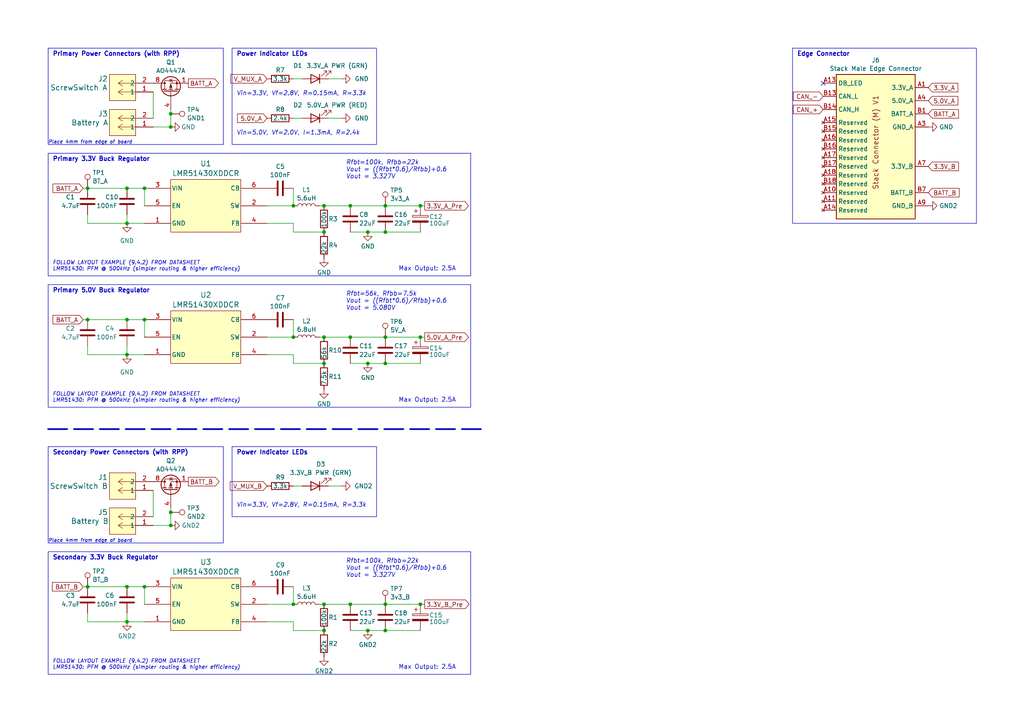
<source format=kicad_sch>
(kicad_sch (version 20230121) (generator eeschema)
  (paper "A4")
  (title_block (title "QRET 23-25 SRAD Power Module") (date "2025-03-03") (rev "V2.0") (company "Queen's Rocket Engineering Team") (comment 1 "Contributors: Rajan Laird, Kennan Bays, Oak Campbell") (comment 4 "GRID = 0.635mm"))
  (junction (at 49.53 36.83))
  (junction (at 121.92 59.69))
  (junction (at 499.11 218.44))
  (junction (at 514.35 182.88))
  (junction (at 360.68 -13.97))
  (junction (at 525.78 16.51))
  (junction (at 606.425 195.58))
  (junction (at 375.92 236.22))
  (junction (at 581.66 26.67))
  (junction (at 25.4 170.18))
  (junction (at 551.18 173.99))
  (junction (at 606.425 207.01))
  (junction (at 525.78 43.18))
  (junction (at 506.73 191.77))
  (junction (at 93.98 97.79))
  (junction (at 111.76 59.69))
  (junction (at 414.02 60.96))
  (junction (at 373.38 157.48))
  (junction (at 487.68 237.49))
  (junction (at 490.22 69.85))
  (junction (at 111.76 182.88))
  (junction (at 121.92 175.26))
  (junction (at 509.27 218.44))
  (junction (at 550.545 166.37))
  (junction (at 49.53 33.02))
  (junction (at 49.53 148.59))
  (junction (at 581.66 35.56))
  (junction (at 468.63 -39.37))
  (junction (at 550.545 207.01))
  (junction (at 521.97 64.77))
  (junction (at 499.11 182.88))
  (junction (at 501.65 191.77))
  (junction (at 325.12 -42.545))
  (junction (at 121.92 97.79))
  (junction (at 542.29 64.77))
  (junction (at 473.71 92.71))
  (junction (at 111.76 97.79))
  (junction (at 469.9 62.23))
  (junction (at 513.08 -39.37))
  (junction (at 606.425 185.42))
  (junction (at 41.91 54.61))
  (junction (at 416.56 -17.78))
  (junction (at 378.46 157.48))
  (junction (at 106.68 105.41))
  (junction (at 494.03 247.65))
  (junction (at 356.87 11.43))
  (junction (at 101.6 175.26))
  (junction (at 411.48 -17.78))
  (junction (at 36.83 64.77))
  (junction (at 506.73 93.98))
  (junction (at 334.01 261.62))
  (junction (at 93.98 105.41))
  (junction (at 36.83 92.71))
  (junction (at 106.68 67.31))
  (junction (at 315.595 102.87))
  (junction (at 469.9 69.85))
  (junction (at 111.76 67.31))
  (junction (at 550.545 185.42))
  (junction (at 111.76 175.26))
  (junction (at 375.92 157.48))
  (junction (at 488.95 210.82))
  (junction (at 496.57 266.7))
  (junction (at 93.98 59.69))
  (junction (at 111.76 105.41))
  (junction (at 330.2 264.16))
  (junction (at 315.595 110.49))
  (junction (at 41.91 92.71))
  (junction (at 36.83 180.34))
  (junction (at 36.83 102.87))
  (junction (at 472.44 170.815))
  (junction (at 25.4 92.71))
  (junction (at 551.18 214.63))
  (junction (at 500.38 237.49))
  (junction (at 459.74 62.23))
  (junction (at 509.27 210.82))
  (junction (at 480.06 62.23))
  (junction (at 525.78 35.56))
  (junction (at 509.27 64.77))
  (junction (at 360.68 8.89))
  (junction (at 434.34 181.61))
  (junction (at 337.82 237.49))
  (junction (at 41.91 170.18))
  (junction (at 106.68 182.88))
  (junction (at 355.6 -50.165))
  (junction (at 525.78 24.13))
  (junction (at 480.06 69.85))
  (junction (at 606.425 176.53))
  (junction (at 499.11 210.82))
  (junction (at 356.87 -11.43))
  (junction (at 49.53 152.4))
  (junction (at 463.55 178.435))
  (junction (at 443.23 170.18))
  (junction (at 520.7 237.49))
  (junction (at 357.505 110.49))
  (junction (at 93.98 67.31))
  (junction (at 450.85 170.815))
  (junction (at 93.98 182.88))
  (junction (at 85.09 175.26))
  (junction (at 414.02 -17.78))
  (junction (at 101.6 59.69))
  (junction (at 36.83 54.61))
  (junction (at 85.09 59.69))
  (junction (at 25.4 54.61))
  (junction (at 453.39 251.46))
  (junction (at 101.6 97.79))
  (junction (at 93.98 175.26))
  (junction (at 551.18 193.04))
  (junction (at 519.43 218.44))
  (junction (at 36.83 170.18))
  (junction (at 85.09 97.79))
  (junction (at 357.505 102.87))
  (junction (at 515.62 74.93))
  (no_connect (at 431.8 -5.08))
  (no_connect (at 360.68 198.12))
  (no_connect (at 434.34 187.96))
  (no_connect (at 393.7 170.18))
  (no_connect (at 360.68 180.34))
  (no_connect (at 360.68 226.06))
  (no_connect (at 360.68 228.6))
  (no_connect (at 431.8 7.62))
  (no_connect (at 360.68 203.2))
  (no_connect (at 398.78 48.26))
  (no_connect (at 360.68 208.28))
  (no_connect (at 431.8 17.78))
  (no_connect (at 360.68 182.88))
  (no_connect (at 431.8 15.24))
  (no_connect (at 360.68 210.82))
  (no_connect (at 393.7 175.26))
  (no_connect (at 398.78 43.18))
  (no_connect (at 238.76 24.13))
  (no_connect (at 398.78 10.16))
  (no_connect (at 360.68 213.36))
  (no_connect (at 398.78 27.94))
  (no_connect (at 398.78 45.72))
  (no_connect (at 398.78 25.4))
  (no_connect (at 360.68 205.74))
  (no_connect (at 398.78 22.86))
  (no_connect (at 398.78 -2.54))
  (no_connect (at 398.78 7.62))
  (no_connect (at 393.7 167.64))
  (no_connect (at 434.34 194.31))
  (no_connect (at 360.68 215.9))
  (no_connect (at 398.78 15.24))
  (no_connect (at 360.68 185.42))
  (no_connect (at 360.68 218.44))
  (no_connect (at 431.8 25.4))
  (no_connect (at 360.68 200.66))
  (no_connect (at 398.78 0))
  (no_connect (at 398.78 33.02))
  (no_connect (at 393.7 172.72))
  (no_connect (at 398.78 53.34))
  (no_connect (at 398.78 5.08))
  (no_connect (at 360.68 220.98))
  (no_connect (at 360.68 223.52))
  (no_connect (at 393.7 200.66))
  (no_connect (at 398.78 30.48))
  (no_connect (at 398.78 40.64))
  (no_connect (at 434.34 185.42))
  (no_connect (at 393.7 162.56))
  (no_connect (at 398.78 50.8))
  (no_connect (at 398.78 17.78))
  (wire (pts (xy 337.82 237.49) (xy 337.82 241.3)))
  (wire (pts (xy 535.94 266.7) (xy 537.21 266.7)))
  (wire (pts (xy 49.53 31.75) (xy 49.53 33.02)))
  (wire (pts (xy 121.92 175.26) (xy 123.19 175.26)))
  (wire (pts (xy 581.66 35.56) (xy 584.2 35.56)))
  (polyline (pts (xy 549.91 255.905) (xy 483.87 255.905)))
  (wire (pts (xy 456.565 167.005) (xy 456.565 163.83)))
  (wire (pts (xy 355.6 8.89) (xy 355.6 6.35)))
  (polyline (pts (xy 530.86 -57.15) (xy 530.86 -11.43)))
  (wire (pts (xy 325.12 -44.45) (xy 325.12 -42.545)))
  (wire (pts (xy 355.6 -13.97) (xy 360.68 -13.97)))
  (wire (pts (xy 581.66 26.67) (xy 581.66 35.56)))
  (wire (pts (xy 450.85 178.435) (xy 463.55 178.435)))
  (wire (pts (xy 434.34 181.61) (xy 436.88 181.61)))
  (wire (pts (xy 434.34 179.07) (xy 434.34 181.61)))
  (wire (pts (xy 488.95 210.82) (xy 499.11 210.82)))
  (wire (pts (xy 509.27 74.93) (xy 515.62 74.93)))
  (wire (pts (xy 373.38 157.48) (xy 375.92 157.48)))
  (wire (pts (xy 575.31 35.56) (xy 581.66 35.56)))
  (wire (pts (xy 487.68 231.14) (xy 488.95 231.14)))
  (wire (pts (xy 534.67 26.67) (xy 581.66 26.67)))
  (wire (pts (xy 101.6 97.79) (xy 111.76 97.79)))
  (wire (pts (xy 85.09 59.69) (xy 85.09 54.61)))
  (wire (pts (xy 44.45 26.67) (xy 44.45 34.29)))
  (wire (pts (xy 111.76 105.41) (xy 121.92 105.41)))
  (wire (pts (xy 606.425 185.42) (xy 606.425 195.58)))
  (wire (pts (xy 350.52 11.43) (xy 356.87 11.43)))
  (wire (pts (xy 95.25 140.97) (xy 99.06 140.97)))
  (wire (pts (xy 24.13 92.71) (xy 25.4 92.71)))
  (wire (pts (xy 535.94 64.77) (xy 542.29 64.77)))
  (wire (pts (xy 559.435 217.17) (xy 606.425 217.17)))
  (wire (pts (xy 347.98 110.49) (xy 357.505 110.49)))
  (wire (pts (xy 463.55 178.435) (xy 472.44 178.435)))
  (wire (pts (xy 41.91 92.71) (xy 41.91 97.79)))
  (wire (pts (xy 555.625 214.63) (xy 551.18 214.63)))
  (wire (pts (xy 327.66 264.16) (xy 330.2 264.16)))
  (wire (pts (xy 41.91 54.61) (xy 41.91 59.69)))
  (polyline (pts (xy 536.575 154.94) (xy 621.03 154.94)))
  (wire (pts (xy 450.85 170.815) (xy 450.85 167.005)))
  (wire (pts (xy 490.22 69.85) (xy 492.76 69.85)))
  (wire (pts (xy 525.145 35.56) (xy 525.78 35.56)))
  (wire (pts (xy 537.21 93.98) (xy 538.48 93.98)))
  (wire (pts (xy 525.78 35.56) (xy 534.67 35.56)))
  (wire (pts (xy 315.595 102.87) (xy 315.595 98.425)))
  (wire (pts (xy 450.85 167.005) (xy 456.565 167.005)))
  (wire (pts (xy 527.05 266.7) (xy 528.32 266.7)))
  (wire (pts (xy 499.11 191.77) (xy 499.11 190.5)))
  (wire (pts (xy 450.85 241.3) (xy 453.39 241.3)))
  (wire (pts (xy 464.82 -39.37) (xy 468.63 -39.37)))
  (wire (pts (xy 506.73 93.98) (xy 509.27 93.98)))
  (wire (pts (xy 25.4 180.34) (xy 36.83 180.34)))
  (wire (pts (xy 549.91 166.37) (xy 550.545 166.37)))
  (wire (pts (xy 356.87 3.81) (xy 355.6 3.81)))
  (wire (pts (xy 85.09 105.41) (xy 93.98 105.41)))
  (wire (pts (xy 509.27 210.82) (xy 519.43 210.82)))
  (wire (pts (xy 555.625 193.04) (xy 551.18 193.04)))
  (wire (pts (xy 375.92 236.22) (xy 375.92 238.76)))
  (wire (pts (xy 356.87 -11.43) (xy 356.87 -19.05)))
  (wire (pts (xy 111.76 97.79) (xy 121.92 97.79)))
  (wire (pts (xy 325.12 -38.735) (xy 326.39 -38.735)))
  (wire (pts (xy 85.09 97.79) (xy 85.09 92.71)))
  (wire (pts (xy 559.435 195.58) (xy 606.425 195.58)))
  (polyline (pts (xy 621.03 219.71) (xy 621.03 154.94)))
  (wire (pts (xy 436.88 181.61) (xy 436.88 185.42)))
  (wire (pts (xy 551.18 173.99) (xy 550.545 173.99)))
  (wire (pts (xy 36.83 62.23) (xy 36.83 64.77)))
  (wire (pts (xy 77.47 175.26) (xy 85.09 175.26)))
  (wire (pts (xy 555.625 187.96) (xy 555.625 193.04)))
  (wire (pts (xy 357.505 102.87) (xy 357.505 98.425)))
  (wire (pts (xy 550.545 166.37) (xy 559.435 166.37)))
  (wire (pts (xy 101.6 67.31) (xy 106.68 67.31)))
  (wire (pts (xy 360.68 8.89) (xy 355.6 8.89)))
  (wire (pts (xy 555.625 168.91) (xy 555.625 173.99)))
  (wire (pts (xy 410.21 -25.4) (xy 411.48 -25.4)))
  (wire (pts (xy 575.31 16.51) (xy 581.66 16.51)))
  (wire (pts (xy 521.97 64.77) (xy 528.32 64.77)))
  (wire (pts (xy 453.39 248.92) (xy 453.39 251.46)))
  (wire (pts (xy 443.23 170.18) (xy 444.5 170.18)))
  (wire (pts (xy 549.91 207.01) (xy 550.545 207.01)))
  (wire (pts (xy 481.33 0.635) (xy 485.14 0.635)))
  (wire (pts (xy 356.87 11.43) (xy 356.87 3.81)))
  (wire (pts (xy 92.71 59.69) (xy 93.98 59.69)))
  (wire (pts (xy 85.09 102.87) (xy 85.09 105.41)))
  (wire (pts (xy 85.09 22.86) (xy 87.63 22.86)))
  (wire (pts (xy 559.435 187.96) (xy 555.625 187.96)))
  (wire (pts (xy 85.09 34.29) (xy 87.63 34.29)))
  (wire (pts (xy 500.38 237.49) (xy 506.73 237.49)))
  (wire (pts (xy 606.425 176.53) (xy 606.425 185.42)))
  (wire (pts (xy 530.86 19.05) (xy 530.86 24.13)))
  (wire (pts (xy 530.86 43.18) (xy 525.78 43.18)))
  (wire (pts (xy 521.97 74.93) (xy 521.97 72.39)))
  (wire (pts (xy 534.67 45.72) (xy 581.66 45.72)))
  (polyline (pts (xy 454.66 13.335) (xy 454.66 13.335)))
  (wire (pts (xy 472.44 170.815) (xy 471.17 170.815)))
  (wire (pts (xy 350.52 -11.43) (xy 356.87 -11.43)))
  (polyline (pts (xy 536.575 154.94) (xy 536.575 219.71)))
  (wire (pts (xy 494.03 266.7) (xy 496.57 266.7)))
  (wire (pts (xy 501.65 191.77) (xy 506.73 191.77)))
  (wire (pts (xy 514.35 182.88) (xy 518.16 182.88)))
  (wire (pts (xy 606.425 166.37) (xy 606.425 176.53)))
  (wire (pts (xy 44.45 36.83) (xy 49.53 36.83)))
  (wire (pts (xy 506.73 266.7) (xy 510.54 266.7)))
  (wire (pts (xy 414.02 60.96) (xy 416.56 60.96)))
  (wire (pts (xy 25.4 102.87) (xy 36.83 102.87)))
  (wire (pts (xy 504.19 93.98) (xy 506.73 93.98)))
  (wire (pts (xy 509.27 64.77) (xy 521.97 64.77)))
  (wire (pts (xy 357.505 98.425) (xy 356.87 98.425)))
  (wire (pts (xy 534.67 38.1) (xy 530.86 38.1)))
  (wire (pts (xy 509.27 58.42) (xy 510.54 58.42)))
  (wire (pts (xy 355.6 -16.51) (xy 355.6 -13.97)))
  (wire (pts (xy 77.47 59.69) (xy 85.09 59.69)))
  (wire (pts (xy 513.08 -39.37) (xy 521.97 -39.37)))
  (polyline (pts (xy 304.8 120.65) (xy 610.87 120.65)) (stroke (width 0.5) (type dash)))
  (wire (pts (xy 77.47 64.77) (xy 85.09 64.77)))
  (wire (pts (xy 508.635 165.1) (xy 512.445 165.1)))
  (wire (pts (xy 92.71 97.79) (xy 93.98 97.79)))
  (wire (pts (xy 487.68 245.11) (xy 487.68 247.65)))
  (wire (pts (xy 25.4 177.8) (xy 25.4 180.34)))
  (wire (pts (xy 480.06 62.23) (xy 490.22 62.23)))
  (wire (pts (xy 542.29 72.39) (xy 542.29 74.93)))
  (polyline (pts (xy 485.14 178.435) (xy 485.14 178.435)))
  (wire (pts (xy 473.71 92.71) (xy 476.25 92.71)))
  (wire (pts (xy 606.425 185.42) (xy 607.695 185.42)))
  (wire (pts (xy 36.83 64.77) (xy 41.91 64.77)))
  (wire (pts (xy 106.68 105.41) (xy 111.76 105.41)))
  (wire (pts (xy 25.4 62.23) (xy 25.4 64.77)))
  (wire (pts (xy 499.11 182.88) (xy 495.3 182.88)))
  (wire (pts (xy 469.9 62.23) (xy 480.06 62.23)))
  (wire (pts (xy 530.86 24.13) (xy 525.78 24.13)))
  (wire (pts (xy 355.6 -50.165) (xy 356.87 -50.165)))
  (wire (pts (xy 487.68 237.49) (xy 500.38 237.49)))
  (polyline (pts (xy 494.03 88.265) (xy 494.03 107.315)))
  (wire (pts (xy 395.605 176.53) (xy 395.605 177.8)))
  (wire (pts (xy 355.6 -50.165) (xy 355.6 -46.355)))
  (wire (pts (xy 36.83 180.34) (xy 41.91 180.34)))
  (wire (pts (xy 525.78 16.51) (xy 534.67 16.51)))
  (wire (pts (xy 93.98 175.26) (xy 101.6 175.26)))
  (wire (pts (xy 92.71 175.26) (xy 93.98 175.26)))
  (wire (pts (xy 421.64 -20.32) (xy 421.64 -17.78)))
  (wire (pts (xy 355.6 -52.07) (xy 355.6 -50.165)))
  (wire (pts (xy 501.65 191.77) (xy 499.11 191.77)))
  (wire (pts (xy 606.425 207.01) (xy 600.075 207.01)))
  (wire (pts (xy 393.7 180.34) (xy 399.415 180.34)))
  (wire (pts (xy 555.625 209.55) (xy 555.625 214.63)))
  (wire (pts (xy 559.435 217.17) (xy 559.435 212.09)))
  (polyline (pts (xy 13.97 124.46) (xy 140.97 124.46)) (stroke (width 0.5) (type dash)))
  (wire (pts (xy 550.545 185.42) (xy 559.435 185.42)))
  (wire (pts (xy 480.06 69.85) (xy 490.22 69.85)))
  (wire (pts (xy 337.82 237.49) (xy 339.09 237.49)))
  (wire (pts (xy 373.38 149.86) (xy 373.38 157.48)))
  (wire (pts (xy 506.73 177.8) (xy 501.65 177.8)))
  (wire (pts (xy 111.76 175.26) (xy 121.92 175.26)))
  (wire (pts (xy 85.09 175.26) (xy 85.09 170.18)))
  (wire (pts (xy 25.4 170.18) (xy 36.83 170.18)))
  (wire (pts (xy 542.29 58.42) (xy 542.29 64.77)))
  (wire (pts (xy 514.35 237.49) (xy 520.7 237.49)))
  (wire (pts (xy 355.6 1.27) (xy 360.68 1.27)))
  (polyline (pts (xy 494.03 83.185) (xy 494.03 88.265)))
  (wire (pts (xy 559.435 176.53) (xy 606.425 176.53)))
  (wire (pts (xy 480.06 170.815) (xy 480.06 172.085)))
  (wire (pts (xy 487.68 247.65) (xy 494.03 247.65)))
  (wire (pts (xy 515.62 74.93) (xy 521.97 74.93)))
  (wire (pts (xy 111.76 67.31) (xy 121.92 67.31)))
  (wire (pts (xy 509.27 58.42) (xy 509.27 64.77)))
  (wire (pts (xy 492.76 0.635) (xy 495.935 0.635)))
  (wire (pts (xy 530.86 38.1) (xy 530.86 43.18)))
  (wire (pts (xy 121.92 97.79) (xy 123.19 97.79)))
  (wire (pts (xy 85.09 67.31) (xy 93.98 67.31)))
  (wire (pts (xy 509.27 72.39) (xy 509.27 74.93)))
  (wire (pts (xy 468.63 -39.37) (xy 472.44 -39.37)))
  (wire (pts (xy 355.6 -21.59) (xy 360.68 -21.59)))
  (wire (pts (xy 525.145 16.51) (xy 525.78 16.51)))
  (wire (pts (xy 101.6 105.41) (xy 106.68 105.41)))
  (wire (pts (xy 93.98 97.79) (xy 101.6 97.79)))
  (wire (pts (xy 85.09 180.34) (xy 85.09 182.88)))
  (wire (pts (xy 93.98 59.69) (xy 101.6 59.69)))
  (wire (pts (xy 44.45 142.24) (xy 44.45 149.86)))
  (wire (pts (xy 471.17 82.55) (xy 473.71 82.55)))
  (wire (pts (xy 443.23 167.64) (xy 443.23 170.18)))
  (wire (pts (xy 499.11 218.44) (xy 509.27 218.44)))
  (wire (pts (xy 434.34 170.18) (xy 435.61 170.18)))
  (wire (pts (xy 414.02 60.96) (xy 414.02 63.5)))
  (wire (pts (xy 111.76 182.88) (xy 121.92 182.88)))
  (wire (pts (xy 24.13 54.61) (xy 25.4 54.61)))
  (wire (pts (xy 559.435 195.58) (xy 559.435 190.5)))
  (wire (pts (xy 49.53 148.59) (xy 49.53 152.4)))
  (wire (pts (xy 36.83 54.61) (xy 41.91 54.61)))
  (wire (pts (xy 25.4 64.77) (xy 36.83 64.77)))
  (wire (pts (xy 559.435 209.55) (xy 555.625 209.55)))
  (wire (pts (xy 336.55 237.49) (xy 337.82 237.49)))
  (wire (pts (xy 36.83 102.87) (xy 41.91 102.87)))
  (wire (pts (xy 549.91 185.42) (xy 550.545 185.42)))
  (wire (pts (xy 325.12 -42.545) (xy 326.39 -42.545)))
  (wire (pts (xy 520.7 245.11) (xy 520.7 247.65)))
  (wire (pts (xy 514.35 191.77) (xy 506.73 191.77)))
  (wire (pts (xy 95.25 22.86) (xy 99.06 22.86)))
  (wire (pts (xy 510.54 -39.37) (xy 513.08 -39.37)))
  (wire (pts (xy 36.83 170.18) (xy 41.91 170.18)))
  (wire (pts (xy 541.02 58.42) (xy 542.29 58.42)))
  (wire (pts (xy 95.25 34.29) (xy 99.06 34.29)))
  (wire (pts (xy 534.67 45.72) (xy 534.67 40.64)))
  (wire (pts (xy 315.595 110.49) (xy 325.12 110.49)))
  (wire (pts (xy 372.11 149.86) (xy 373.38 149.86)))
  (wire (pts (xy 514.35 190.5) (xy 514.35 191.77)))
  (wire (pts (xy 44.45 152.4) (xy 49.53 152.4)))
  (wire (pts (xy 101.6 182.88) (xy 106.68 182.88)))
  (polyline (pts (xy 530.86 -11.43) (xy 453.39 -11.43)))
  (polyline (pts (xy 483.87 255.905) (xy 483.87 260.985)))
  (wire (pts (xy 106.68 182.88) (xy 111.76 182.88)))
  (wire (pts (xy 334.01 261.62) (xy 328.93 261.62)))
  (wire (pts (xy 24.13 170.18) (xy 25.4 170.18)))
  (wire (pts (xy 510.54 182.88) (xy 514.35 182.88)))
  (wire (pts (xy 101.6 59.69) (xy 111.76 59.69)))
  (polyline (pts (xy 494.03 107.315) (xy 560.07 107.315)))
  (wire (pts (xy 85.09 64.77) (xy 85.09 67.31)))
  (wire (pts (xy 356.87 -19.05) (xy 355.6 -19.05)))
  (wire (pts (xy 488.95 218.44) (xy 499.11 218.44)))
  (wire (pts (xy 520.7 231.14) (xy 520.7 237.49)))
  (wire (pts (xy 399.415 176.53) (xy 395.605 176.53)))
  (wire (pts (xy 325.12 -42.545) (xy 325.12 -38.735)))
  (wire (pts (xy 411.48 -25.4) (xy 411.48 -17.78)))
  (wire (pts (xy 395.605 177.8) (xy 393.7 177.8)))
  (wire (pts (xy 500.38 247.65) (xy 500.38 245.11)))
  (polyline (pts (xy 483.87 260.985) (xy 483.87 280.035)))
  (wire (pts (xy 470.535 0.635) (xy 473.71 0.635)))
  (wire (pts (xy 459.74 62.23) (xy 469.9 62.23)))
  (wire (pts (xy 85.09 140.97) (xy 87.63 140.97)))
  (wire (pts (xy 25.4 100.33) (xy 25.4 102.87)))
  (wire (pts (xy 519.43 231.14) (xy 520.7 231.14)))
  (wire (pts (xy 378.46 157.48) (xy 381 157.48)))
  (wire (pts (xy 77.47 180.34) (xy 85.09 180.34)))
  (wire (pts (xy 337.82 235.585) (xy 337.82 237.49)))
  (wire (pts (xy 473.71 92.71) (xy 473.71 95.25)))
  (polyline (pts (xy 536.575 219.71) (xy 621.03 219.71)))
  (wire (pts (xy 600.075 166.37) (xy 606.425 166.37)))
  (wire (pts (xy 25.4 54.61) (xy 36.83 54.61)))
  (wire (pts (xy 606.425 207.01) (xy 606.425 217.17)))
  (wire (pts (xy 501.65 177.8) (xy 501.65 191.77)))
  (wire (pts (xy 459.74 69.85) (xy 469.9 69.85)))
  (wire (pts (xy 375.92 157.48) (xy 378.46 157.48)))
  (wire (pts (xy 434.34 167.64) (xy 435.61 167.64)))
  (wire (pts (xy 85.09 182.88) (xy 93.98 182.88)))
  (wire (pts (xy 77.47 97.79) (xy 85.09 97.79)))
  (wire (pts (xy 453.39 251.46) (xy 455.93 251.46)))
  (wire (pts (xy 355.6 -46.355) (xy 356.87 -46.355)))
  (polyline (pts (xy 560.07 83.185) (xy 494.03 83.185)))
  (wire (pts (xy 328.93 254) (xy 334.01 254)))
  (wire (pts (xy 606.425 205.74) (xy 606.425 207.01)))
  (wire (pts (xy 534.67 19.05) (xy 530.86 19.05)))
  (wire (pts (xy 330.2 264.16) (xy 330.2 256.54)))
  (wire (pts (xy 519.43 218.44) (xy 521.97 218.44)))
  (wire (pts (xy 354.33 -50.165) (xy 355.6 -50.165)))
  (wire (pts (xy 25.4 92.71) (xy 36.83 92.71)))
  (wire (pts (xy 550.545 207.01) (xy 559.435 207.01)))
  (wire (pts (xy 551.18 193.04) (xy 550.545 193.04)))
  (wire (pts (xy 383.54 152.4) (xy 383.54 157.48)))
  (wire (pts (xy 416.56 -17.78) (xy 419.1 -17.78)))
  (wire (pts (xy 600.075 185.42) (xy 606.425 185.42)))
  (wire (pts (xy 49.53 147.32) (xy 49.53 148.59)))
  (wire (pts (xy 559.435 168.91) (xy 555.625 168.91)))
  (wire (pts (xy 516.89 93.98) (xy 520.7 93.98)))
  (wire (pts (xy 434.34 173.99) (xy 434.34 176.53)))
  (wire (pts (xy 315.595 102.87) (xy 325.12 102.87)))
  (wire (pts (xy 36.83 92.71) (xy 41.91 92.71)))
  (wire (pts (xy 555.625 173.99) (xy 551.18 173.99)))
  (wire (pts (xy 499.11 182.88) (xy 502.92 182.88)))
  (wire (pts (xy 509.27 218.44) (xy 519.43 218.44)))
  (wire (pts (xy 487.68 231.14) (xy 487.68 237.49)))
  (wire (pts (xy 551.18 214.63) (xy 550.545 214.63)))
  (wire (pts (xy 546.1 93.98) (xy 547.37 93.98)))
  (wire (pts (xy 494.03 247.65) (xy 500.38 247.65)))
  (polyline (pts (xy 453.39 -57.15) (xy 530.86 -57.15)))
  (wire (pts (xy 434.34 163.83) (xy 456.565 163.83)))
  (wire (pts (xy 559.435 171.45) (xy 559.435 176.53)))
  (wire (pts (xy 375.92 236.22) (xy 378.46 236.22)))
  (polyline (pts (xy 560.07 107.315) (xy 560.07 83.185)))
  (wire (pts (xy 41.91 170.18) (xy 41.91 175.26)))
  (wire (pts (xy 581.66 16.51) (xy 581.66 26.67)))
  (wire (pts (xy 106.68 67.31) (xy 111.76 67.31)))
  (wire (pts (xy 330.2 256.54) (xy 328.93 256.54)))
  (wire (pts (xy 496.57 266.7) (xy 499.11 266.7)))
  (wire (pts (xy 506.73 191.77) (xy 506.73 187.96)))
  (wire (pts (xy 463.55 178.435) (xy 463.55 179.705)))
  (polyline (pts (xy 453.39 -57.15) (xy 453.39 -11.43)))
  (wire (pts (xy 453.39 251.46) (xy 453.39 254)))
  (wire (pts (xy 36.83 177.8) (xy 36.83 180.34)))
  (wire (pts (xy 323.85 -42.545) (xy 325.12 -42.545)))
  (wire (pts (xy 111.76 59.69) (xy 121.92 59.69)))
  (wire (pts (xy 411.48 -17.78) (xy 414.02 -17.78)))
  (wire (pts (xy 49.53 33.02) (xy 49.53 36.83)))
  (wire (pts (xy 337.82 241.3) (xy 339.09 241.3)))
  (polyline (pts (xy 549.91 280.035) (xy 549.91 255.905)))
  (wire (pts (xy 473.71 90.17) (xy 473.71 92.71)))
  (polyline (pts (xy 483.87 280.035) (xy 549.91 280.035)))
  (wire (pts (xy 472.44 170.815) (xy 480.06 170.815)))
  (wire (pts (xy 347.98 102.87) (xy 357.505 102.87)))
  (wire (pts (xy 499.11 210.82) (xy 509.27 210.82)))
  (wire (pts (xy 414.02 -17.78) (xy 416.56 -17.78)))
  (wire (pts (xy 469.9 69.85) (xy 480.06 69.85)))
  (wire (pts (xy 534.67 21.59) (xy 534.67 26.67)))
  (wire (pts (xy 497.84 165.1) (xy 501.015 165.1)))
  (wire (pts (xy 101.6 175.26) (xy 111.76 175.26)))
  (wire (pts (xy 315.595 98.425) (xy 316.23 98.425)))
  (wire (pts (xy 520.065 165.1) (xy 523.24 165.1)))
  (wire (pts (xy 328.93 261.62) (xy 328.93 259.08)))
  (wire (pts (xy 581.66 35.56) (xy 581.66 45.72)))
  (wire (pts (xy 77.47 102.87) (xy 85.09 102.87)))
  (wire (pts (xy 36.83 100.33) (xy 36.83 102.87)))
  (wire (pts (xy 450.85 170.815) (xy 455.93 170.815)))
  (wire (pts (xy 121.92 59.69) (xy 123.19 59.69)))
  (rectangle (start 454.66 -8.89) (end 510.54 8.89))
  (rectangle (start 67.31 129.54) (end 109.22 149.86))
  (rectangle (start 410.21 154.94) (end 482.6 199.39))
  (rectangle (start 13.97 44.45) (end 136.525 80.01))
  (rectangle (start 483.87 154.94) (end 532.13 171.45))
  (rectangle (start 13.97 82.55) (end 136.525 118.11))
  (rectangle (start 505.46 52.07) (end 547.37 81.28))
  (rectangle (start 512.445 5.08) (end 594.995 50.8))
  (rectangle (start 13.97 13.97) (end 64.77 41.91))
  (rectangle (start 285.75 226.695) (end 358.14 273.05))
  (rectangle (start 434.34 234.95) (end 471.17 266.7))
  (rectangle (start 483.87 172.72) (end 532.13 199.39))
  (rectangle (start 483.87 200.66) (end 533.4 223.52))
  (rectangle (start 13.97 160.02) (end 136.525 195.58))
  (rectangle (start 229.87 13.97) (end 283.21 64.77))
  (rectangle (start 385.318 69.088) (end 421.64 87.884))
  (rectangle (start 483.87 224.79) (end 525.78 254))
  (rectangle (start 454.66 52.07) (end 504.19 74.93))
  (rectangle (start 434.34 214.63) (end 471.17 233.68))
  (rectangle (start 13.97 129.54) (end 64.77 157.48))
  (rectangle (start 306.07 92.075) (end 367.665 116.84))
  (rectangle (start 454.66 76.2) (end 491.49 107.95))
  (rectangle (start 306.07 -66.04) (end 380.365 21.59))
  (rectangle (start 67.31 13.97) (end 109.22 41.91))
  (text "Place 4mm from edge of board" (at 13.97 41.91 0) (effects (font (size 1 1) italic) (justify left bottom)))
  (text "Max Output: 2.5A" (at 115.57 78.74 0) (effects (font (size 1.27 1.27)) (justify left bottom)))
  (text "Primary Power Connectors (with RPP)" (at 15.24 16.51 0) (effects (font (size 1.27 1.27) (thickness 0.254) bold) (justify left bottom)))
  (text "[B] Voltage + Current Sensors" (at 286.385 230.505 0) (effects (font (size 1.27 1.27) (thickness 0.254) bold) (justify left bottom)))
  (text "B0 HIGH = PROGRAMMING MODE\nB0 LOW = RUN MEMORY" (at 513.08 105.41 0) (effects (font (size 1.27 1.27)) (justify left bottom)))
  (text "STM32 decoupling caps; place close to 3.3V pins" (at 455.93 73.66 0) (effects (font (size 1 1) italic) (justify left bottom)))
  (text "[A] Voltage + Current Sensors" (at 306.705 -62.23 0) (effects (font (size 1.27 1.27) (thickness 0.254) bold) (justify left bottom)))
  (text "Primary 5.0V Buck Regulator" (at 15.24 85.09 0) (effects (font (size 1.27 1.27) (thickness 0.254) bold) (justify left bottom)))
  (text "[B] Debug LED" (at 485.14 158.75 0) (effects (font (size 1.27 1.27) (thickness 0.254) bold) (justify left bottom)))
  (text "Primary 3.3V Buck Regulator" (at 15.24 46.99 0) (effects (font (size 1.27 1.27) (thickness 0.254) bold) (justify left bottom)))
  (text "Vf=2.1V, I=1.8mA, R=680" (at 497.84 170.18 0) (effects (font (size 1.27 1.27) italic) (justify left bottom)))
  (text "\"main\"" (at 408.94 30.48 0) (effects (font (size 2.54 2.54) (thickness 0.508) bold) (justify left bottom)))
  (text "Galvanic isolation barrier\n(we're not using isolation for primary modules)" (at 476.25 -15.24 0) (effects (font (size 1.27 1.27)) (justify left bottom)))
  (text "[B] Crystal Oscillator" (at 485.14 176.53 0) (effects (font (size 1.27 1.27) (thickness 0.254) bold) (justify left bottom)))
  (text "ACS37041 draws ~12mA" (at 286.385 271.78 0) (effects (font (size 1.27 1.27) italic) (justify left bottom)))
  (text "[B] STM32 Reset" (at 435.61 237.49 0) (effects (font (size 1.27 1.27) (thickness 0.254) bold) (justify left bottom)))
  (text "ACS37041 draws ~12mA" (at 307.34 20.32 0) (effects (font (size 1.27 1.27) italic) (justify left bottom)))
  (text "Secondary Power Connectors (with RPP)" (at 15.24 132.08 0) (effects (font (size 1.27 1.27) (thickness 0.254) bold) (justify left bottom)))
  (text "Vin=3.3V, Vf=2.8V, R=0.15mA, R=3.3k" (at 68.58 27.94 0) (effects (font (size 1.27 1.27) italic) (justify left bottom)))
  (text "FOLLOW LAYOUT EXAMPLE (9.4.2) FROM DATASHEET\nLMR51430: PFM @ 500kHz (simpler routing & higher efficiency)" (at 15.24 78.74 0) (effects (font (size 1.1 1.1) italic) (justify left bottom)))
  (text "Rfbt=56k, Rfbb=7.5k\nVout = ((Rfbt*0.6)/Rfbb)+0.6\nVout = 5.080V" (at 100.33 90.17 0) (effects (font (size 1.27 1.27) italic) (justify left bottom)))
  (text "Mount connector at edge of board\n" (at 410.845 198.12 0) (effects (font (size 1.27 1.27)) (justify left bottom)))
  (text "[B] STM32 Reset" (at 455.93 78.74 0) (effects (font (size 1.27 1.27) (thickness 0.254) bold) (justify left bottom)))
  (text "Power Indicator LEDs" (at 68.58 16.51 0) (effects (font (size 1.27 1.27) (thickness 0.254) bold) (justify left bottom)))
  (text "CONSIDER ADDING NTC TEMP SENSOR?" (at 591.82 81.915 0) (effects (font (size 4 4) (thickness 0.8) bold) (justify left bottom)))
  (text "[B] Ideal Diodes (MUX)" (at 537.845 158.75 0) (effects (font (size 1.27 1.27) (thickness 0.254) bold) (justify left bottom)))
  (text "Vin=5.0V, Vf=2.0V, I=1.3mA, R=2.4k" (at 68.58 39.37 0) (effects (font (size 1.27 1.27) italic) (justify left bottom)))
  (text "B" (at 377.19 199.39 0) (effects (font (size 2.54 2.54) (thickness 0.508) bold) (justify left bottom)))
  (text "[B] Serial Wire Debug" (at 435.356 217.805 0) (effects (font (size 1.27 1.27) (thickness 0.254) bold) (justify left bottom)))
  (text "Max Output: 2.5A" (at 115.57 194.31 0) (effects (font (size 1.27 1.27)) (justify left bottom)))
  (text "Vin=3.3V, Vf=2.8V, R=0.15mA, R=3.3k" (at 68.58 147.32 0) (effects (font (size 1.27 1.27) italic) (justify left bottom)))
  (text "Rfbt=100k, Rfbb=22k\nVout = ((Rfbt*0.6)/Rfbb)+0.6\nVout = 3.327V" (at 100.33 167.64 0) (effects (font (size 1.27 1.27) italic) (justify left bottom)))
  (text "[A/B] Digital Isolator" (at 306.578 94.742 0) (effects (font (size 1.27 1.27) (thickness 0.254) bold) (justify left bottom)))
  (text "Power Indicator LEDs" (at 68.58 132.08 0) (effects (font (size 1.27 1.27) (thickness 0.254) bold) (justify left bottom)))
  (text "FOLLOW LAYOUT EXAMPLE (9.4.2) FROM DATASHEET\nLMR51430: PFM @ 500kHz (simpler routing & higher efficiency)" (at 15.24 116.84 0) (effects (font (size 1.1 1.1) italic) (justify left bottom)))
  (text "Rfbt=100k, Rfbb=22k\nVout = ((Rfbt*0.6)/Rfbb)+0.6\nVout = 3.327V" (at 100.33 52.07 0) (effects (font (size 1.27 1.27) italic) (justify left bottom)))
  (text "\"passthru\"" (at 369.57 208.28 0) (effects (font (size 2.54 2.54) (thickness 0.508) bold) (justify left bottom)))
  (text "Max Output: 2.5A" (at 115.57 116.84 0) (effects (font (size 1.27 1.27)) (justify left bottom)))
  (text "A" (at 414.02 21.59 0) (effects (font (size 2.54 2.54) (thickness 0.508) bold) (justify left bottom)))
  (text "[A] STM32 Boot Mode" (at 495.3 85.725 0) (effects (font (size 1.27 1.27) (thickness 0.254) bold) (justify left bottom)))
  (text "[A] CANBUS Interface" (at 455.93 -53.34 0) (effects (font (size 1.27 1.27) (thickness 0.254) bold) (justify left bottom)))
  (text "B0 HIGH = PROGRAMMING MODE\nB0 LOW = RUN MEMORY" (at 502.92 278.13 0) (effects (font (size 1.27 1.27)) (justify left bottom)))
  (text "[B] Additional Filtering for Analogue VDD" (at 485.14 227.33 0) (effects (font (size 1.27 1.27) (thickness 0.254) bold) (justify left bottom)))
  (text "REDUCE COMPONENTS WHEREVER POSSIBLE -> CONSIDER REMOVING LM66100 & SOME AVDD FILTER CAPS" (at 452.12 140.97 0) (effects (font (size 4 4) (thickness 0.8) bold) (justify left bottom)))
  (text "[B] STM32 Decoupling Capacitors for VBAT/VDD" (at 485.14 203.835 0) (effects (font (size 1.27 1.27) (thickness 0.254) bold) (justify left bottom)))
  (text "[A] Additional Filtering for Analogue VDD" (at 506.73 54.61 0) (effects (font (size 1.27 1.27) (thickness 0.254) bold) (justify left bottom)))
  (text "Vf=2.1V, I=1.8mA, R=680" (at 470.535 6.35 0) (effects (font (size 1.27 1.27) italic) (justify left bottom)))
  (text "Edge Connector" (at 231.14 16.51 0) (effects (font (size 1.27 1.27) (thickness 0.254) bold) (justify left bottom)))
  (text "STM32 decoupling caps; place close to 3.3V pins" (at 485.14 222.25 0) (effects (font (size 1 1) italic) (justify left bottom)))
  (text "[B] USB Connection" (at 410.845 158.75 0) (effects (font (size 1.27 1.27) (thickness 0.254) bold) (justify left bottom)))
  (text "[A] Ideal Diodes (MUX)" (at 513.08 8.89 0) (effects (font (size 1.27 1.27) (thickness 0.254) bold) (justify left bottom)))
  (text "Secondary 3.3V Buck Regulator" (at 15.24 162.56 0) (effects (font (size 1.27 1.27) (thickness 0.254) bold) (justify left bottom)))
  (text "[A] Serial Wire Debug" (at 385.826 71.755 0) (effects (font (size 1.27 1.27) (thickness 0.254) bold) (justify left bottom)))
  (text "Place 4mm from edge of board" (at 13.97 157.48 0) (effects (font (size 1 1) italic) (justify left bottom)))
  (text "[A] Debug LED" (at 455.93 -5.08 0) (effects (font (size 1.27 1.27) (thickness 0.254) bold) (justify left bottom)))
  (text "FOLLOW LAYOUT EXAMPLE (9.4.2) FROM DATASHEET\nLMR51430: PFM @ 500kHz (simpler routing & higher efficiency)" (at 15.24 194.31 0) (effects (font (size 1.1 1.1) italic) (justify left bottom)))
  (text "[A] STM32 Boot Mode" (at 485.14 258.445 0) (effects (font (size 1.27 1.27) (thickness 0.254) bold) (justify left bottom)))
  (text "[A] STM32 Decoupling Capacitors for VBAT/VDD" (at 455.93 55.245 0) (effects (font (size 1.27 1.27) (thickness 0.254) bold) (justify left bottom)))
  (global_label "V_REGUSB_B" (shape input) (at 549.91 207.01 180) (property "Intersheetrefs" "${INTERSHEET_REFS}" (effects hide)))
  (global_label "5.0V_A_ACS_PWR" (shape output) (at 431.8 -7.62 0) (property "Intersheetrefs" "${INTERSHEET_REFS}" (effects hide)))
  (global_label "V_REGUSB_B" (shape output) (at 480.06 172.085 270) (property "Intersheetrefs" "${INTERSHEET_REFS}" (effects hide)))
  (global_label "USB_D+" (shape input) (at 434.34 179.07 0) (property "Intersheetrefs" "${INTERSHEET_REFS}" (effects hide)))
  (global_label "BATT_A" (shape input) (at 24.13 92.71 180) (property "Intersheetrefs" "${INTERSHEET_REFS}" (effects hide)))
  (global_label "3.3VA_A" (shape passive) (at 421.64 -20.32 90) (property "Intersheetrefs" "${INTERSHEET_REFS}" (effects hide)))
  (global_label "DB_LED_A" (shape output) (at 431.8 5.08 0) (property "Intersheetrefs" "${INTERSHEET_REFS}" (effects hide)))
  (global_label "3.3V_A_ACS_PWR" (shape input) (at 360.68 -21.59 0) (property "Intersheetrefs" "${INTERSHEET_REFS}" (effects hide)))
  (global_label "BOOT1_B" (shape input) (at 360.68 195.58 180) (property "Intersheetrefs" "${INTERSHEET_REFS}" (effects hide)))
  (global_label "3.3V_B" (shape input) (at 269.24 48.26 0) (property "Intersheetrefs" "${INTERSHEET_REFS}" (effects hide)))
  (global_label "USB_D+" (shape input) (at 393.7 193.04 0) (property "Intersheetrefs" "${INTERSHEET_REFS}" (effects hide)))
  (global_label "SWCLK_A" (shape input) (at 431.8 22.86 0) (property "Intersheetrefs" "${INTERSHEET_REFS}" (effects hide)))
  (global_label "CAN_+" (shape bidirectional) (at 510.54 -34.29 0) (property "Intersheetrefs" "${INTERSHEET_REFS}" (effects hide)))
  (global_label "SWDIO_A" (shape bidirectional) (at 431.8 20.32 0) (property "Intersheetrefs" "${INTERSHEET_REFS}" (effects hide)))
  (global_label "STM_RESET_A" (shape output) (at 476.25 92.71 0) (property "Intersheetrefs" "${INTERSHEET_REFS}" (effects hide)))
  (global_label "V_MUX_B" (shape input) (at 77.47 140.97 180) (property "Intersheetrefs" "${INTERSHEET_REFS}" (effects hide)))
  (global_label "3.3V_A_Pre" (shape output) (at 123.19 59.69 0) (property "Intersheetrefs" "${INTERSHEET_REFS}" (effects hide)))
  (global_label "V_MUX_A" (shape output) (at 584.2 35.56 0) (property "Intersheetrefs" "${INTERSHEET_REFS}" (effects hide)))
  (global_label "CAN_-" (shape bidirectional) (at 510.54 -29.21 0) (property "Intersheetrefs" "${INTERSHEET_REFS}" (effects hide)))
  (global_label "TX_B" (shape output) (at 393.7 185.42 0) (property "Intersheetrefs" "${INTERSHEET_REFS}" (effects hide)))
  (global_label "BATT_A_SENSE" (shape input) (at 431.8 -12.7 0) (property "Intersheetrefs" "${INTERSHEET_REFS}" (effects hide)))
  (global_label "3.3V_A" (shape output) (at 327.66 -19.05 180) (property "Intersheetrefs" "${INTERSHEET_REFS}" (effects hide)))
  (global_label "DB_LED_B" (shape output) (at 393.7 182.88 0) (property "Intersheetrefs" "${INTERSHEET_REFS}" (effects hide)))
  (global_label "3.3V_B_ACS_PWR" (shape output) (at 360.68 190.5 180) (property "Intersheetrefs" "${INTERSHEET_REFS}" (effects hide)))
  (global_label "BATT_B" (shape input) (at 24.13 170.18 180) (property "Intersheetrefs" "${INTERSHEET_REFS}" (effects hide)))
  (global_label "SWDIO_A" (shape input) (at 400.05 77.47 180) (property "Intersheetrefs" "${INTERSHEET_REFS}" (effects hide)))
  (global_label "V_MUX_A" (shape input) (at 541.02 58.42 180) (property "Intersheetrefs" "${INTERSHEET_REFS}" (effects hide)))
  (global_label "BATT_A_SENSE" (shape output) (at 326.39 -38.735 0) (property "Intersheetrefs" "${INTERSHEET_REFS}" (effects hide)))
  (global_label "RX_B" (shape input) (at 393.7 187.96 0) (property "Intersheetrefs" "${INTERSHEET_REFS}" (effects hide)))
  (global_label "BOOT0_A" (shape input) (at 398.78 -7.62 180) (property "Intersheetrefs" "${INTERSHEET_REFS}" (effects hide)))
  (global_label "RX_A" (shape output) (at 325.12 105.41 180) (property "Intersheetrefs" "${INTERSHEET_REFS}" (effects hide)))
  (global_label "3.3VA_A" (shape passive) (at 510.54 58.42 0) (property "Intersheetrefs" "${INTERSHEET_REFS}" (effects hide)))
  (global_label "TX_A" (shape input) (at 325.12 107.95 180) (property "Intersheetrefs" "${INTERSHEET_REFS}" (effects hide)))
  (global_label "SWDIO_B" (shape bidirectional) (at 393.7 195.58 0) (property "Intersheetrefs" "${INTERSHEET_REFS}" (effects hide)))
  (global_label "RX_B" (shape output) (at 347.98 107.95 0) (property "Intersheetrefs" "${INTERSHEET_REFS}" (effects hide)))
  (global_label "SWCLK_B" (shape input) (at 393.7 198.12 0) (property "Intersheetrefs" "${INTERSHEET_REFS}" (effects hide)))
  (global_label "V_MUX_A" (shape input) (at 77.47 22.86 180) (property "Intersheetrefs" "${INTERSHEET_REFS}" (effects hide)))
  (global_label "OSC_OUT" (shape input) (at 518.16 182.88 0) (property "Intersheetrefs" "${INTERSHEET_REFS}" (effects hide)))
  (global_label "USB_D-" (shape input) (at 434.34 176.53 0) (property "Intersheetrefs" "${INTERSHEET_REFS}" (effects hide)))
  (global_label "V_MUX_A" (shape input) (at 464.82 -39.37 180) (property "Intersheetrefs" "${INTERSHEET_REFS}" (effects hide)))
  (global_label "SWCLK_B" (shape input) (at 449.58 220.98 180) (property "Intersheetrefs" "${INTERSHEET_REFS}" (effects hide)))
  (global_label "3.3V_B_CURR_SENSE" (shape output) (at 327.66 264.16 180) (property "Intersheetrefs" "${INTERSHEET_REFS}" (effects hide)))
  (global_label "3.3V_B" (shape passive) (at 549.91 166.37 180) (property "Intersheetrefs" "${INTERSHEET_REFS}" (effects hide)))
  (global_label "V_MUX_B" (shape passive) (at 519.43 231.14 180) (property "Intersheetrefs" "${INTERSHEET_REFS}" (effects hide)))
  (global_label "5.0V_A_Pre" (shape input) (at 327.66 3.81 180) (property "Intersheetrefs" "${INTERSHEET_REFS}" (effects hide)))
  (global_label "TX_B" (shape input) (at 347.98 105.41 0) (property "Intersheetrefs" "${INTERSHEET_REFS}" (effects hide)))
  (global_label "5.0V_A_CURR_SENSE" (shape output) (at 350.52 11.43 180) (property "Intersheetrefs" "${INTERSHEET_REFS}" (effects hide)))
  (global_label "3.3V_B" (shape output) (at 300.99 254 180) (property "Intersheetrefs" "${INTERSHEET_REFS}" (effects hide)))
  (global_label "USB_D-" (shape input) (at 393.7 190.5 0) (property "Intersheetrefs" "${INTERSHEET_REFS}" (effects hide)))
  (global_label "V_MUX_B" (shape input) (at 510.54 266.7 90) (property "Intersheetrefs" "${INTERSHEET_REFS}" (effects hide)))
  (global_label "5.0V_A" (shape input) (at 346.71 -50.165 180) (property "Intersheetrefs" "${INTERSHEET_REFS}" (effects hide)))
  (global_label "CAN_+" (shape input) (at 238.76 31.75 180) (property "Intersheetrefs" "${INTERSHEET_REFS}" (effects hide)))
  (global_label "5.0V_A" (shape passive) (at 521.97 -39.37 0) (property "Intersheetrefs" "${INTERSHEET_REFS}" (effects hide)))
  (global_label "V_MUX_B" (shape passive) (at 521.97 218.44 0) (property "Intersheetrefs" "${INTERSHEET_REFS}" (effects hide)))
  (global_label "DB_LED_B" (shape input) (at 497.84 165.1 180) (property "Intersheetrefs" "${INTERSHEET_REFS}" (effects hide)))
  (global_label "V_MUX_B" (shape input) (at 356.87 98.425 180) (property "Intersheetrefs" "${INTERSHEET_REFS}" (effects hide)))
  (global_label "3.3V_B_ACS_PWR" (shape input) (at 334.01 254 0) (property "Intersheetrefs" "${INTERSHEET_REFS}" (effects hide)))
  (global_label "OSC_IN" (shape input) (at 495.3 182.88 180) (property "Intersheetrefs" "${INTERSHEET_REFS}" (effects hide)))
  (global_label "V_MUX_A" (shape input) (at 520.7 93.98 90) (property "Intersheetrefs" "${INTERSHEET_REFS}" (effects hide)))
  (global_label "CAN_-" (shape input) (at 238.76 27.94 180) (property "Intersheetrefs" "${INTERSHEET_REFS}" (effects hide)))
  (global_label "V_MUX_B" (shape input) (at 372.11 149.86 180) (property "Intersheetrefs" "${INTERSHEET_REFS}" (effects hide)))
  (global_label "OSC_OUT" (shape input) (at 360.68 175.26 180) (property "Intersheetrefs" "${INTERSHEET_REFS}" (effects hide)))
  (global_label "V_SWD_A" (shape input) (at 525.145 35.56 180) (property "Intersheetrefs" "${INTERSHEET_REFS}" (effects hide)))
  (global_label "5.0V_A_CURR_SENSE" (shape input) (at 431.8 0 0) (property "Intersheetrefs" "${INTERSHEET_REFS}" (effects hide)))
  (global_label "V_MUX_B" (shape passive) (at 450.85 241.3 180) (property "Intersheetrefs" "${INTERSHEET_REFS}" (effects hide)))
  (global_label "3.3VA_B" (shape passive) (at 383.54 152.4 90) (property "Intersheetrefs" "${INTERSHEET_REFS}" (effects hide)))
  (global_label "BATT_B" (shape input) (at 328.93 237.49 180) (property "Intersheetrefs" "${INTERSHEET_REFS}" (effects hide)))
  (global_label "BATT_B_SENSE" (shape input) (at 393.7 165.1 0) (property "Intersheetrefs" "${INTERSHEET_REFS}" (effects hide)))
  (global_label "3.3V_A_CURR_SENSE" (shape input) (at 431.8 -2.54 0) (property "Intersheetrefs" "${INTERSHEET_REFS}" (effects hide)))
  (global_label "5.0V_A_Pre" (shape output) (at 123.19 97.79 0) (property "Intersheetrefs" "${INTERSHEET_REFS}" (effects hide)))
  (global_label "BOOT0_B" (shape output) (at 494.03 266.7 180) (property "Intersheetrefs" "${INTERSHEET_REFS}" (effects hide)))
  (global_label "OSC_IN" (shape input) (at 360.68 172.72 180) (property "Intersheetrefs" "${INTERSHEET_REFS}" (effects hide)))
  (global_label "BATT_B" (shape input) (at 269.24 55.88 0) (property "Intersheetrefs" "${INTERSHEET_REFS}" (effects hide)))
  (global_label "CAN_TX" (shape bidirectional) (at 472.44 -34.29 180) (property "Intersheetrefs" "${INTERSHEET_REFS}" (effects hide)))
  (global_label "3.3V_A_Pre" (shape input) (at 327.66 -21.59 180) (property "Intersheetrefs" "${INTERSHEET_REFS}" (effects hide)))
  (global_label "3.3V_B_CURR_SENSE" (shape input) (at 360.68 193.04 180) (property "Intersheetrefs" "${INTERSHEET_REFS}" (effects hide)))
  (global_label "SWCLK_A" (shape input) (at 400.05 74.93 180) (property "Intersheetrefs" "${INTERSHEET_REFS}" (effects hide)))
  (global_label "V_MUX_A" (shape input) (at 492.76 69.85 0) (property "Intersheetrefs" "${INTERSHEET_REFS}" (effects hide)))
  (global_label "5.0V_A_SENSE" (shape input) (at 431.8 -10.16 0) (property "Intersheetrefs" "${INTERSHEET_REFS}" (effects hide)))
  (global_label "3.3V_B_Pre" (shape output) (at 123.19 175.26 0) (property "Intersheetrefs" "${INTERSHEET_REFS}" (effects hide)))
  (global_label "STM_RESET_A" (shape input) (at 398.78 -12.7 180) (property "Intersheetrefs" "${INTERSHEET_REFS}" (effects hide)))
  (global_label "BOOT0_A" (shape output) (at 504.19 93.98 180) (property "Intersheetrefs" "${INTERSHEET_REFS}" (effects hide)))
  (global_label "DB_LED_A" (shape input) (at 470.535 0.635 180) (property "Intersheetrefs" "${INTERSHEET_REFS}" (effects hide)))
  (global_label "3.3V_A" (shape input) (at 525.145 16.51 180) (property "Intersheetrefs" "${INTERSHEET_REFS}" (effects hide)))
  (global_label "V_SWD_B" (shape output) (at 449.58 226.06 180) (property "Intersheetrefs" "${INTERSHEET_REFS}" (effects hide)))
  (global_label "BATT_B_SENSE" (shape output) (at 339.09 241.3 0) (property "Intersheetrefs" "${INTERSHEET_REFS}" (effects hide)))
  (global_label "BATT_A" (shape output) (at 54.61 24.13 0) (property "Intersheetrefs" "${INTERSHEET_REFS}" (effects hide)))
  (global_label "V_MUX_B" (shape output) (at 607.695 185.42 0) (property "Intersheetrefs" "${INTERSHEET_REFS}" (effects hide)))
  (global_label "V_SWD_B" (shape input) (at 549.91 185.42 180) (property "Intersheetrefs" "${INTERSHEET_REFS}" (effects hide)))
  (global_label "STM_RESET_B" (shape input) (at 360.68 162.56 180) (property "Intersheetrefs" "${INTERSHEET_REFS}" (effects hide)))
  (global_label "3.3V_A_ACS_PWR" (shape output) (at 431.8 2.54 0) (property "Intersheetrefs" "${INTERSHEET_REFS}" (effects hide)))
  (global_label "5.0V_A" (shape output) (at 327.66 1.27 180) (property "Intersheetrefs" "${INTERSHEET_REFS}" (effects hide)))
  (global_label "BATT_A" (shape input) (at 316.23 -42.545 180) (property "Intersheetrefs" "${INTERSHEET_REFS}" (effects hide)))
  (global_label "3.3VA_B" (shape passive) (at 488.95 231.14 0) (property "Intersheetrefs" "${INTERSHEET_REFS}" (effects hide)))
  (global_label "BOOT0_B" (shape input) (at 360.68 167.64 180) (property "Intersheetrefs" "${INTERSHEET_REFS}" (effects hide)))
  (global_label "TX_A" (shape output) (at 431.8 10.16 0) (property "Intersheetrefs" "${INTERSHEET_REFS}" (effects hide)))
  (global_label "V_SWD_A" (shape output) (at 400.05 80.01 180) (property "Intersheetrefs" "${INTERSHEET_REFS}" (effects hide)))
  (global_label "BOOT1_A" (shape input) (at 398.78 20.32 180) (property "Intersheetrefs" "${INTERSHEET_REFS}" (effects hide)))
  (global_label "CAN_TX" (shape bidirectional) (at 398.78 38.1 180) (property "Intersheetrefs" "${INTERSHEET_REFS}" (effects hide)))
  (global_label "5.0V_A_ACS_PWR" (shape input) (at 360.68 1.27 0) (property "Intersheetrefs" "${INTERSHEET_REFS}" (effects hide)))
  (global_label "BATT_A" (shape input) (at 24.13 54.61 180) (property "Intersheetrefs" "${INTERSHEET_REFS}" (effects hide)))
  (global_label "CAN_RX" (shape bidirectional) (at 398.78 35.56 180) (property "Intersheetrefs" "${INTERSHEET_REFS}" (effects hide)))
  (global_label "5.0V_A" (shape input) (at 77.47 34.29 180) (property "Intersheetrefs" "${INTERSHEET_REFS}" (effects hide)))
  (global_label "3.3V_A" (shape input) (at 269.24 25.4 0) (property "Intersheetrefs" "${INTERSHEET_REFS}" (effects hide)))
  (global_label "5.0V_A_SENSE" (shape output) (at 356.87 -46.355 0) (property "Intersheetrefs" "${INTERSHEET_REFS}" (effects hide)))
  (global_label "BATT_A" (shape input) (at 269.24 33.02 0) (property "Intersheetrefs" "${INTERSHEET_REFS}" (effects hide)))
  (global_label "V_MUX_A" (shape input) (at 316.23 98.425 0) (property "Intersheetrefs" "${INTERSHEET_REFS}" (effects hide)))
  (global_label "V_MUX_A" (shape input) (at 410.21 -25.4 180) (property "Intersheetrefs" "${INTERSHEET_REFS}" (effects hide)))
  (global_label "BOOT1_A" (shape output) (at 537.21 93.98 180) (property "Intersheetrefs" "${INTERSHEET_REFS}" (effects hide)))
  (global_label "V_MUX_A" (shape passive) (at 471.17 82.55 180) (property "Intersheetrefs" "${INTERSHEET_REFS}" (effects hide)))
  (global_label "CAN_RX" (shape bidirectional) (at 472.44 -29.21 180) (property "Intersheetrefs" "${INTERSHEET_REFS}" (effects hide)))
  (global_label "3.3V_A_CURR_SENSE" (shape output) (at 350.52 -11.43 180) (property "Intersheetrefs" "${INTERSHEET_REFS}" (effects hide)))
  (global_label "SWDIO_B" (shape input) (at 449.58 223.52 180) (property "Intersheetrefs" "${INTERSHEET_REFS}" (effects hide)))
  (global_label "5.0V_A" (shape input) (at 269.24 29.21 0) (property "Intersheetrefs" "${INTERSHEET_REFS}" (effects hide)))
  (global_label "3.3V_B_Pre" (shape input) (at 300.99 256.54 180) (property "Intersheetrefs" "${INTERSHEET_REFS}" (effects hide)))
  (global_label "RX_A" (shape input) (at 431.8 12.7 0) (property "Intersheetrefs" "${INTERSHEET_REFS}" (effects hide)))
  (global_label "BOOT1_B" (shape output) (at 527.05 266.7 180) (property "Intersheetrefs" "${INTERSHEET_REFS}" (effects hide)))
  (global_label "STM_RESET_B" (shape output) (at 455.93 251.46 0) (property "Intersheetrefs" "${INTERSHEET_REFS}" (effects hide)))
  (global_label "V_MUX_B" (shape passive) (at 444.5 185.42 0) (property "Intersheetrefs" "${INTERSHEET_REFS}" (effects hide)))
  (global_label "BATT_B" (shape output) (at 54.61 139.7 0) (property "Intersheetrefs" "${INTERSHEET_REFS}" (effects hide)))
  (symbol (lib_id "QRET_Buck_PSU-symbols:LM66100DCKR") (at 554.99 38.1 0) (unit 1)
    (property "Reference" "U15" (at 554.99 27.0563 0) (effects (font (size 1.524 1.524))))
    (property "Value" "LM66100DCKR" (at 554.99 29.8891 0) (effects (font (size 1.524 1.524))))
    (property "Footprint" "LMR66100:SC-70-6_Handsoldering" (effects hide))
    (property "Datasheet" "https://www.ti.com/general/docs/suppproductinfo.tsp?distId=10&gotoUrl=https%3A%2F%2Fwww.ti.com%2Flit%2Fgpn%2flm66100" (effects hide))
    (property "JLCPCB" "C2869734" (effects hide))
  )
  (symbol (lib_id "ACS37041KLHBLT-010B3:ACS37041KLHBLT-010B3") (at 300.99 254 0) (unit 1)
    (property "Reference" "U8" (at 314.96 247.3157 0))
    (property "Value" "ACS37041KLHBLT-010B3" (at 314.96 249.7399 0))
    (property "Footprint" "footprints:APS12628LLHALTBAP_HandSolder" (effects hide))
    (property "Datasheet" "https://www.allegromicro.com/~/media/Files/Datasheets/ACS37041-2-Datasheet" (effects hide))
    (property "Height" "1.13" (effects hide))
    (property "Digikey" "620-ACS37041KLHBLT-010B3CT-ND" (effects hide))
  )
  (symbol (lib_id "Connector:TestPoint") (at 325.12 -44.45 0) (unit 1) (in_bom no)
    (property "Reference" "TP9" (at 323.85 -51.435 0) (effects (justify left)))
    (property "Value" "A.S" (at 321.945 -49.53 0) (effects (justify left)))
    (property "Footprint" "TestPoint:TestPoint_Pad_1.5x1.5mm" (effects hide))
  )
  (symbol (lib_id "power:GND") (at 106.68 67.31 0) (unit 1)
    (property "Reference" "#PWR04" (effects hide))
    (property "Value" "GND" (at 106.68 71.4431 0))
  )
  (symbol (lib_id "Device:C") (at 550.545 189.23 0) (unit 1)
    (property "Reference" "C41" (at 544.195 187.96 0) (effects (justify left)))
    (property "Value" "1uF" (at 544.195 190.5 0) (effects (justify left)))
    (property "Footprint" "Capacitor_SMD:C_0603_1608Metric" (effects hide))
    (property "JLCPCB" "C15849" (effects hide))
  )
  (symbol (lib_id "Connector:TestPoint") (at 356.87 11.43 180) (unit 1) (in_bom no)
    (property "Reference" "TP13" (at 358.14 18.415 0) (effects (justify left)))
    (property "Value" "5ACS" (at 360.045 16.51 0) (effects (justify left)))
    (property "Footprint" "TestPoint:TestPoint_Pad_1.5x1.5mm" (effects hide))
  )
  (symbol (lib_id "Device:C") (at 81.28 54.61 270) (unit 1)
    (property "Reference" "C5" (at 81.28 48.3067 90))
    (property "Value" "100nF" (at 81.28 50.7309 90))
    (property "Footprint" "Capacitor_SMD:C_0603_1608Metric" (effects hide))
    (property "JLCPCB" "C14663" (effects hide))
  )
  (symbol (lib_id "power:GND2") (at 453.39 261.62 0) (unit 1)
    (property "Reference" "#PWR055" (effects hide))
    (property "Value" "GND2" (at 453.39 265.7531 0))
  )
  (symbol (lib_id "power:GND") (at 473.71 102.87 0) (unit 1)
    (property "Reference" "#PWR056" (effects hide))
    (property "Value" "GND" (at 473.71 107.0031 0))
  )
  (symbol (lib_id "power:GND") (at 36.83 102.87 0) (unit 1)
    (property "Reference" "#PWR05" (effects hide))
    (property "Value" "GND" (at 36.83 107.95 0))
  )
  (symbol (lib_id "QRET_Buck_PSU-symbols:LM66100DCKR") (at 554.99 19.05 0) (unit 1)
    (property "Reference" "U14" (at 554.99 8.0063 0) (effects (font (size 1.524 1.524))))
    (property "Value" "LM66100DCKR" (at 554.99 10.8391 0) (effects (font (size 1.524 1.524))))
    (property "Footprint" "LMR66100:SC-70-6_Handsoldering" (effects hide))
    (property "Datasheet" "https://www.ti.com/general/docs/suppproductinfo.tsp?distId=10&gotoUrl=https%3A%2F%2Fwww.ti.com%2Flit%2Fgpn%2flm66100" (effects hide))
    (property "JLCPCB" "C2869734" (effects hide))
  )
  (symbol (lib_id "Device:C") (at 453.39 257.81 0) (unit 1)
    (property "Reference" "C47" (at 457.2 256.54 0) (effects (justify left)))
    (property "Value" "100nF" (at 457.2 259.08 0) (effects (justify left)))
    (property "Footprint" "Capacitor_SMD:C_0603_1608Metric" (effects hide))
    (property "JLCPCB" "C14663" (effects hide))
  )
  (symbol (lib_id "Device:C") (at 513.08 -43.18 0) (unit 1)
    (property "Reference" "C22" (at 516.89 -44.45 0) (effects (justify left)))
    (property "Value" "0.1u" (at 516.89 -41.91 0) (effects (justify left)))
    (property "Footprint" "Capacitor_SMD:C_0603_1608Metric" (effects hide))
    (property "JLCPCB" "C14663" (effects hide))
  )
  (symbol (lib_id "Device:R") (at 320.04 -42.545 90) (unit 1)
    (property "Reference" "R5" (at 320.675 -46.355 90))
    (property "Value" "30k" (at 320.675 -44.5658 90))
    (property "Footprint" "Resistor_SMD:R_0603_1608Metric" (effects hide))
    (property "JLCPCB" "C22984" (effects hide))
  )
  (symbol (lib_id "power:GND2") (at 506.73 191.77 0) (unit 1)
    (property "Reference" "#PWR028" (effects hide))
    (property "Value" "GND2" (at 506.73 195.9031 0))
  )
  (symbol (lib_id "power:GND2") (at 99.06 140.97 90) (unit 1)
    (property "Reference" "#PWR019" (effects hide))
    (property "Value" "GND2" (at 105.41 140.97 90))
  )
  (symbol (lib_id "Device:C") (at 315.595 106.68 180) (unit 1)
    (property "Reference" "C49" (at 311.785 107.95 0) (effects (justify left)))
    (property "Value" "0.1u" (at 311.785 105.41 0) (effects (justify left)))
    (property "Footprint" "Capacitor_SMD:C_0603_1608Metric_Pad1.08x0.95mm_HandSolder" (effects hide))
    (property "JLCPCB" "C14663" (effects hide))
  )
  (symbol (lib_id "Regulator_Linear:AMS1117-3.3") (at 463.55 170.815 0) (unit 1)
    (property "Reference" "U9" (at 463.55 164.465 0))
    (property "Value" "AMS1117-3.3" (at 463.55 167.005 0))
    (property "Footprint" "Package_TO_SOT_SMD:SOT-223-3_TabPin2" (effects hide))
    (property "Datasheet" "http://www.advanced-monolithic.com/pdf/ds1117.pdf" (effects hide))
    (property "JLCPCB" "C6186" (effects hide))
  )
  (symbol (lib_id "Connector:TestPoint") (at 399.415 176.53 270) (unit 1) (in_bom no)
    (property "Reference" "TP17" (at 404.495 177.8 90) (effects (justify left)))
    (property "Value" "PA6B" (at 404.495 175.895 90) (effects (justify left)))
    (property "Footprint" "TestPoint:TestPoint_Pad_1.5x1.5mm" (effects hide))
  )
  (symbol (lib_id "Device:C_Polarized") (at 121.92 179.07 0) (unit 1)
    (property "Reference" "C15" (at 124.46 178.435 0) (effects (justify left)))
    (property "Value" "100uF" (at 124.46 180.34 0) (effects (justify left)))
    (property "Footprint" "Capacitor_SMD:CP_Elec_6.3x5.9" (effects hide))
    (property "Datasheet" "https://www.we-online.com/components/products/datasheet/865080343009.pdf" (effects hide))
    (property "Digikey" "732-8419-1-ND" (effects hide))
  )
  (symbol (lib_id "Device:C") (at 36.83 96.52 0) (unit 1)
    (property "Reference" "C4" (at 30.48 95.25 0) (effects (justify left)))
    (property "Value" "100nF" (at 27.94 97.79 0) (effects (justify left)))
    (property "Footprint" "Capacitor_SMD:C_0603_1608Metric" (effects hide))
    (property "JLCPCB" "C14663" (effects hide))
  )
  (symbol (lib_name "Stack Male Edge Connector_1") (lib_id "EdgeConnector:Stack Male Edge Connector") (at 254 43.18 0) (unit 1) (in_bom no)
    (property "Reference" "J6" (at 254 17.4457 0))
    (property "Value" "Stack Male Edge Connector" (at 254 19.8699 0))
    (property "Footprint" "Connector_PCBEdge:BUS_PCIexpress_x1" (effects hide))
  )
  (symbol (lib_id "Device:C") (at 499.11 214.63 0) (unit 1)
    (property "Reference" "C30" (at 502.285 213.36 0) (effects (justify left)))
    (property "Value" "100n" (at 501.65 215.9 0) (effects (justify left)))
    (property "Footprint" "Capacitor_SMD:C_0402_1005Metric" (effects hide))
    (property "JLCPCB" "C1525" (effects hide))
  )
  (symbol (lib_id "QRET_Buck_PSU-symbols:LMR51430XDDCR") (at 59.69 59.69 0) (unit 1)
    (property "Reference" "U1" (at 59.69 47.4398 0) (effects (font (size 1.524 1.524))))
    (property "Value" "LMR51430XDDCR" (at 59.69 50.2726 0) (effects (font (size 1.524 1.524))))
    (property "Footprint" "Package_TO_SOT_SMD:SOT-23-6_Handsoldering" (effects hide))
    (property "Datasheet" "https://www.ti.com/lit/ds/symlink/lmr51430.pdf" (effects hide))
    (property "Digikey" "296-LMR51430XDDCRCT-ND" (effects hide))
  )
  (symbol (lib_id "power:GND") (at 575.31 19.05 90) (unit 1)
    (property "Reference" "#PWR048" (effects hide))
    (property "Value" "GND" (at 575.945 21.59 90) (effects (justify right)))
  )
  (symbol (lib_id "power:GND") (at 547.37 93.98 90) (unit 1)
    (property "Reference" "#PWR059" (effects hide))
    (property "Value" "GND" (at 551.18 93.98 0))
  )
  (symbol (lib_id "Device:R") (at 342.9 237.49 90) (unit 1)
    (property "Reference" "R13" (at 343.535 233.68 90))
    (property "Value" "10k" (at 343.535 235.4692 90))
    (property "Footprint" "Resistor_SMD:R_0603_1608Metric" (effects hide))
    (property "JLCPCB" "C25804" (effects hide))
  )
  (symbol (lib_id "Device:C") (at 360.68 -17.78 0) (unit 1)
    (property "Reference" "C44" (at 364.49 -19.05 0) (effects (justify left)))
    (property "Value" "0.1u" (at 364.49 -16.51 0) (effects (justify left)))
    (property "Footprint" "Capacitor_SMD:C_0603_1608Metric" (effects hide))
    (property "JLCPCB" "C14663" (effects hide))
  )
  (symbol (lib_id "Device:C") (at 550.545 210.82 0) (unit 1)
    (property "Reference" "C40" (at 544.195 209.55 0) (effects (justify left)))
    (property "Value" "1uF" (at 544.195 212.09 0) (effects (justify left)))
    (property "Footprint" "Capacitor_SMD:C_0603_1608Metric" (effects hide))
    (property "JLCPCB" "C15849" (effects hide))
  )
  (symbol (lib_id "ACS37041KLHBLT-010B3:ACS37041KLHBLT-010B3") (at 327.66 1.27 0) (unit 1)
    (property "Reference" "U7" (at 341.63 -5.4143 0))
    (property "Value" "ACS37041KLHBLT-010B3" (at 341.63 -2.9901 0))
    (property "Footprint" "footprints:APS12628LLHALTBAP_HandSolder" (effects hide))
    (property "Datasheet" "https://www.allegromicro.com/~/media/Files/Datasheets/ACS37041-2-Datasheet" (effects hide))
    (property "Height" "1.13" (effects hide))
    (property "Digikey" "620-ACS37041KLHBLT-010B3CT-ND" (effects hide))
  )
  (symbol (lib_id "Device:C") (at 357.505 106.68 0) (unit 1)
    (property "Reference" "C50" (at 361.315 105.41 0) (effects (justify left)))
    (property "Value" "0.1u" (at 361.315 107.95 0) (effects (justify left)))
    (property "Footprint" "Capacitor_SMD:C_0603_1608Metric_Pad1.08x0.95mm_HandSolder" (effects hide))
    (property "JLCPCB" "C14663" (effects hide))
  )
  (symbol (lib_id "Device:R") (at 513.08 93.98 270) (unit 1) (in_bom no)
    (property "Reference" "R24" (at 513.08 88.8197 90))
    (property "Value" "BT0_A" (at 513.08 91.2439 90))
    (property "Footprint" "Resistor_SMD:R_0603_1608Metric_Pad0.98x0.95mm_HandSolder" (effects hide))
  )
  (symbol (lib_id "QRET_Buck_PSU-symbols:LMR51430XDDCR") (at 59.69 175.26 0) (unit 1)
    (property "Reference" "U3" (at 59.69 163.0098 0) (effects (font (size 1.524 1.524))))
    (property "Value" "LMR51430XDDCR" (at 59.69 165.8426 0) (effects (font (size 1.524 1.524))))
    (property "Footprint" "Package_TO_SOT_SMD:SOT-23-6_Handsoldering" (effects hide))
    (property "Datasheet" "https://www.ti.com/lit/ds/symlink/lmr51430.pdf" (effects hide))
    (property "Digikey" "296-LMR51430XDDCRCT-ND" (effects hide))
  )
  (symbol (lib_id "Device:FerriteBead") (at 532.13 64.77 90) (unit 1)
    (property "Reference" "FB1" (at 527.05 59.69 90))
    (property "Value" "100R" (at 527.05 62.23 90))
    (property "Footprint" "Resistor_SMD:R_0805_2012Metric" (effects hide))
    (property "JLCPCB" "C1015" (effects hide))
  )
  (symbol (lib_id "Device:C") (at 550.545 170.18 0) (unit 1)
    (property "Reference" "C39" (at 544.195 168.91 0) (effects (justify left)))
    (property "Value" "1uF" (at 544.195 171.45 0) (effects (justify left)))
    (property "Footprint" "Capacitor_SMD:C_0603_1608Metric" (effects hide))
    (property "JLCPCB" "C15849" (effects hide))
  )
  (symbol (lib_id "QRET_Buck_PSU-symbols:LM66100DCKR") (at 579.755 209.55 0) (unit 1)
    (property "Reference" "U12" (at 579.755 198.5063 0) (effects (font (size 1.524 1.524))))
    (property "Value" "LM66100DCKR" (at 579.755 201.3391 0) (effects (font (size 1.524 1.524))))
    (property "Footprint" "LMR66100:SC-70-6_Handsoldering" (effects hide))
    (property "Datasheet" "https://www.ti.com/general/docs/suppproductinfo.tsp?distId=10&gotoUrl=https%3A%2F%2Fwww.ti.com%2Flit%2Fgpn%2flm66100" (effects hide))
    (property "JLCPCB" "C2869734" (effects hide))
  )
  (symbol (lib_id "Device:C") (at 469.9 66.04 0) (unit 1)
    (property "Reference" "C27" (at 473.075 64.77 0) (effects (justify left)))
    (property "Value" "100n" (at 472.44 67.31 0) (effects (justify left)))
    (property "Footprint" "Capacitor_SMD:C_0402_1005Metric" (effects hide))
    (property "JLCPCB" "C1525" (effects hide))
  )
  (symbol (lib_id "power:GND") (at 506.73 101.6 0) (unit 1)
    (property "Reference" "#PWR057" (effects hide))
    (property "Value" "GND" (at 506.73 105.41 0))
  )
  (symbol (lib_id "power:GND") (at 510.54 -24.13 90) (unit 1)
    (property "Reference" "#PWR024" (effects hide))
    (property "Value" "GND" (at 513.715 -24.13 90) (effects (justify right)))
  )
  (symbol (lib_id "Device:LED") (at 488.95 0.635 180) (unit 1)
    (property "Reference" "D5" (at 488.95 -5.715 0))
    (property "Value" "DB_LED (YLW)" (at 488.95 -3.175 0))
    (property "Footprint" "LED_SMD:LED_0603_1608Metric" (effects hide))
    (property "JLCPCB" "C72038" (effects hide))
  )
  (symbol (lib_id "power:GND2") (at 36.83 180.34 0) (unit 1)
    (property "Reference" "#PWR07" (effects hide))
    (property "Value" "GND2" (at 36.83 184.4731 0))
  )
  (symbol (lib_id "ISO1042BQDWVQ1:ISO1042BQDWVQ1") (at 491.49 -33.02 0) (unit 1)
    (property "Reference" "U10" (at 491.49 -49.1818 0) (effects (font (size 1.524 1.524))))
    (property "Value" "ISO1042BDWVR" (at 491.49 -46.349 0) (effects (font (size 1.524 1.524))))
    (property "Footprint" "ISO1042:SOIC-8 ISO1042BDWV" (effects hide))
    (property "JLCPCB" "C484409" (effects hide))
  )
  (symbol (lib_id "power:GND2") (at 488.95 210.82 180) (unit 1)
    (property "Reference" "#PWR038" (effects hide))
    (property "Value" "GND2" (at 488.95 206.6869 0))
  )
  (symbol (lib_id "Device:R") (at 93.98 63.5 0) (unit 1)
    (property "Reference" "R3" (at 95.25 63.5 0) (effects (justify left)))
    (property "Value" "100k" (at 93.98 66.04 90) (effects (justify left)))
    (property "Footprint" "Resistor_SMD:R_0603_1608Metric" (effects hide))
    (property "JLCPCB" "C25803" (effects hide))
  )
  (symbol (lib_id "EdgeConnector:SWD_01x04_Pin") (at 405.13 80.01 180) (unit 1)
    (property "Reference" "J8" (at 414.655 77.5279 0) (effects (justify right)))
    (property "Value" "SWD_B" (at 414.655 79.9521 0) (effects (justify right)))
    (property "Footprint" "SWD_Header:SWD_PinHeader_1x04_P2.54mm_Horizontal_SMD" (effects hide))
    (property "Digikey" "952-3233-ND" (effects hide))
  )
  (symbol (lib_id "Device:C") (at 473.71 99.06 0) (unit 1)
    (property "Reference" "C48" (at 477.52 97.79 0) (effects (justify left)))
    (property "Value" "100nF" (at 477.52 100.33 0) (effects (justify left)))
    (property "Footprint" "Capacitor_SMD:C_0603_1608Metric" (effects hide))
    (property "JLCPCB" "C14663" (effects hide))
  )
  (symbol (lib_id "Device:C") (at 499.11 186.69 0) (unit 1)
    (property "Reference" "C23" (at 492.76 185.42 0) (effects (justify left)))
    (property "Value" "10p" (at 492.76 187.96 0) (effects (justify left)))
    (property "Footprint" "Capacitor_SMD:C_0603_1608Metric" (effects hide))
    (property "JLCPCB" "C1634" (effects hide))
  )
  (symbol (lib_id "Transistor_FET:IRF7404") (at 49.53 26.67 90) (unit 1)
    (property "Reference" "Q1" (at 49.53 18.0807 90))
    (property "Value" "AO4447A" (at 49.53 20.5049 90))
    (property "Footprint" "Package_SO:SOIC-8_3.9x4.9mm_P1.27mm" (effects hide))
    (property "Datasheet" "https://datasheet.lcsc.com/lcsc/1806020932_Alpha---Omega-Semicon-AO4447A_C125867.pdf" (effects hide))
    (property "JLCPCB" "C125867" (effects hide))
  )
  (symbol (lib_id "power:GND2") (at 494.03 247.65 0) (unit 1)
    (property "Reference" "#PWR032" (effects hide))
    (property "Value" "GND2" (at 494.03 251.7831 0))
  )
  (symbol (lib_id "Device:L") (at 88.9 175.26 90) (unit 1)
    (property "Reference" "L3" (at 88.9 170.6104 90))
    (property "Value" "5.6uH" (at 88.9 173.0346 90))
    (property "Footprint" "Inductor_SMD:L_Bourns_SRN8040TA" (effects hide))
    (property "Datasheet" "https://www.eaton.com/content/dam/eaton/products/electronic-components/resources/data-sheet/eaton-sdcha1v80-automotive-semi-shielded-power-inductor-data-sheet-elx1097-en.pdf" (effects hide))
    (property "Digikey" "SDCHA1V8040-5R6-R" (effects hide))
  )
  (symbol (lib_id "Device:LED") (at 91.44 140.97 180) (unit 1)
    (property "Reference" "D3" (at 93.0275 134.6667 0))
    (property "Value" "3.3V_B PWR (GRN)" (at 93.0275 137.0909 0))
    (property "Footprint" "LED_SMD:LED_0805_2012Metric" (effects hide))
    (property "JLCPCB" "C2297" (effects hide))
  )
  (symbol (lib_id "Device:R") (at 502.92 266.7 270) (unit 1) (in_bom no)
    (property "Reference" "R27" (at 502.92 261.5397 90))
    (property "Value" "BT0_B" (at 502.92 263.9639 90))
    (property "Footprint" "Resistor_SMD:R_0603_1608Metric_Pad0.98x0.95mm_HandSolder" (effects hide))
  )
  (symbol (lib_id "Device:R") (at 496.57 270.51 180) (unit 1)
    (property "Reference" "R26" (at 498.348 269.2979 0) (effects (justify right)))
    (property "Value" "100k" (at 498.348 271.7221 0) (effects (justify right)))
    (property "Footprint" "Resistor_SMD:R_0603_1608Metric" (effects hide))
    (property "JLCPCB" "C25803" (effects hide))
  )
  (symbol (lib_id "power:GND2") (at 520.7 247.65 0) (unit 1)
    (property "Reference" "#PWR037" (effects hide))
    (property "Value" "GND2" (at 520.7 251.7831 0))
  )
  (symbol (lib_id "Device:C") (at 25.4 173.99 0) (unit 1)
    (property "Reference" "C3" (at 19.05 172.72 0) (effects (justify left)))
    (property "Value" "4.7uF" (at 17.78 175.26 0) (effects (justify left)))
    (property "Footprint" "Capacitor_SMD:C_0805_2012Metric" (effects hide))
    (property "JLCPCB" "C1779" (effects hide))
  )
  (symbol (lib_id "power:GND2") (at 449.58 228.6 270) (unit 1)
    (property "Reference" "#PWR035" (effects hide))
    (property "Value" "GND2" (at 446.405 228.6 90) (effects (justify right)))
  )
  (symbol (lib_id "Jumper:Jumper_2_Open") (at 606.425 200.66 270) (unit 1) (in_bom no)
    (property "Reference" "JP1" (at 608.838 199.4479 90) (effects (justify left)))
    (property "Value" "USB_V_EN" (at 608.838 201.8721 90) (effects (justify left)))
    (property "Footprint" "Jumper:SolderJumper-2_P1.3mm_Open_RoundedPad1.0x1.5mm" (effects hide))
  )
  (symbol (lib_id "Device:R") (at 93.98 186.69 0) (unit 1)
    (property "Reference" "R2" (at 95.25 186.69 0) (effects (justify left)))
    (property "Value" "22k" (at 93.98 189.23 90) (effects (justify left)))
    (property "Footprint" "Resistor_SMD:R_0603_1608Metric" (effects hide))
    (property "JLCPCB" "C31850" (effects hide))
  )
  (symbol (lib_id "power:GND2") (at 269.24 59.69 90) (unit 1)
    (property "Reference" "#PWR020" (effects hide))
    (property "Value" "GND2" (at 272.415 59.69 90) (effects (justify right)))
  )
  (symbol (lib_id "power:GND") (at 36.83 64.77 0) (unit 1)
    (property "Reference" "#PWR06" (effects hide))
    (property "Value" "GND" (at 36.83 69.85 0))
  )
  (symbol (lib_id "power:GND") (at 269.24 36.83 90) (unit 1)
    (property "Reference" "#PWR021" (effects hide))
    (property "Value" "GND" (at 272.415 36.83 90) (effects (justify right)))
  )
  (symbol (lib_id "Device:R") (at 93.98 109.22 0) (unit 1)
    (property "Reference" "R11" (at 95.25 109.22 0) (effects (justify left)))
    (property "Value" "7.5k" (at 93.98 111.76 90) (effects (justify left)))
    (property "Footprint" "Resistor_SMD:R_0603_1608Metric" (effects hide))
    (property "JLCPCB" "C23234" (effects hide))
  )
  (symbol (lib_id "Device:C_Polarized") (at 121.92 63.5 0) (unit 1)
    (property "Reference" "C12" (at 124.46 62.865 0) (effects (justify left)))
    (property "Value" "100uF" (at 124.46 64.77 0) (effects (justify left)))
    (property "Footprint" "Capacitor_SMD:CP_Elec_6.3x5.9" (effects hide))
    (property "Datasheet" "https://www.we-online.com/components/products/datasheet/865080343009.pdf" (effects hide))
    (property "Digikey" "732-8419-1-ND" (effects hide))
  )
  (symbol (lib_id "power:GND") (at 49.53 36.83 90) (unit 1)
    (property "Reference" "#PWR01" (effects hide))
    (property "Value" "GND" (at 54.61 36.83 90))
  )
  (symbol (lib_id "power:GND2") (at 346.71 237.49 90) (unit 1)
    (property "Reference" "#PWR052" (effects hide))
    (property "Value" "GND2" (at 349.885 237.49 90) (effects (justify right)))
  )
  (symbol (lib_id "power:GND2") (at 434.34 191.77 90) (unit 1)
    (property "Reference" "#PWR012" (effects hide))
    (property "Value" "GND2" (at 437.515 191.77 90) (effects (justify right)))
  )
  (symbol (lib_id "Device:C") (at 488.95 214.63 0) (unit 1)
    (property "Reference" "C25" (at 492.125 213.36 0) (effects (justify left)))
    (property "Value" "100n" (at 491.49 215.9 0) (effects (justify left)))
    (property "Footprint" "Capacitor_SMD:C_0402_1005Metric" (effects hide))
    (property "JLCPCB" "C1525" (effects hide))
  )
  (symbol (lib_id "power:GND2") (at 357.505 110.49 0) (unit 1)
    (property "Reference" "#PWR062" (effects hide))
    (property "Value" "GND2" (at 357.505 114.6231 0))
  )
  (symbol (lib_id "power:GND") (at 360.68 -13.97 90) (unit 1)
    (property "Reference" "#PWR051" (effects hide))
    (property "Value" "GND" (at 363.855 -13.97 90) (effects (justify right)))
  )
  (symbol (lib_id "Device:R") (at 360.68 -50.165 90) (unit 1)
    (property "Reference" "R15" (at 360.68 -54.61 90))
    (property "Value" "30k" (at 360.68 -52.8208 90))
    (property "Footprint" "Resistor_SMD:R_0603_1608Metric" (effects hide))
    (property "JLCPCB" "C22984" (effects hide))
  )
  (symbol (lib_id "power:GND") (at 472.44 -24.13 270) (unit 1)
    (property "Reference" "#PWR023" (effects hide))
    (property "Value" "GND" (at 469.2651 -24.13 90) (effects (justify right)))
  )
  (symbol (lib_id "Device:C") (at 487.68 241.3 0) (unit 1)
    (property "Reference" "C36" (at 490.855 240.03 0) (effects (justify left)))
    (property "Value" "10n" (at 490.22 242.57 0) (effects (justify left)))
    (property "Footprint" "Capacitor_SMD:C_0603_1608Metric" (effects hide))
    (property "JLCPCB" "C57112" (effects hide))
  )
  (symbol (lib_id "Device:C") (at 468.63 -43.18 0) (unit 1)
    (property "Reference" "C21" (at 472.44 -45.72 0) (effects (justify left)))
    (property "Value" "0.1u" (at 472.44 -43.18 0) (effects (justify left)))
    (property "Footprint" "Capacitor_SMD:C_0603_1608Metric" (effects hide))
    (property "JLCPCB" "C14663" (effects hide))
  )
  (symbol (lib_id "Device:R") (at 330.2 -42.545 90) (unit 1)
    (property "Reference" "R6" (at 330.835 -46.355 90))
    (property "Value" "10k" (at 330.835 -44.5658 90))
    (property "Footprint" "Resistor_SMD:R_0603_1608Metric" (effects hide))
    (property "JLCPCB" "C25804" (effects hide))
  )
  (symbol (lib_id "Device:C") (at 111.76 63.5 0) (unit 1)
    (property "Reference" "C16" (at 114.3 62.23 0) (effects (justify left)))
    (property "Value" "22uF" (at 114.3 64.77 0) (effects (justify left)))
    (property "Footprint" "Capacitor_SMD:C_0805_2012Metric" (effects hide))
    (property "JLCPCB" "C45783" (effects hide))
  )
  (symbol (lib_id "CONN_2-1445057-2_TYCO:2-1445057-2") (at 44.45 152.4 180) (unit 1)
    (property "Reference" "J5" (at 29.845 148.59 0) (effects (font (size 1.524 1.524))))
    (property "Value" "Battery B" (at 26.035 151.13 0) (effects (font (size 1.524 1.524))))
    (property "Footprint" "footprints:CONN_2-1445057-2_TYCO" (effects hide))
    (property "Datasheet" "2-1445057-2" (effects hide))
    (property "Digikey" "A33212CT-ND" (effects hide))
  )
  (symbol (lib_id "Device:R") (at 332.74 237.49 90) (unit 1)
    (property "Reference" "R12" (at 333.375 233.68 90))
    (property "Value" "30k" (at 333.375 235.4692 90))
    (property "Footprint" "Resistor_SMD:R_0603_1608Metric" (effects hide))
    (property "JLCPCB" "C22984" (effects hide))
  )
  (symbol (lib_id "power:GND") (at 525.78 24.13 0) (unit 1)
    (property "Reference" "#PWR045" (effects hide))
    (property "Value" "GND" (at 525.78 29.21 0))
  )
  (symbol (lib_id "Device:C") (at 459.74 66.04 0) (unit 1)
    (property "Reference" "C26" (at 462.915 64.77 0) (effects (justify left)))
    (property "Value" "100n" (at 462.28 67.31 0) (effects (justify left)))
    (property "Footprint" "Capacitor_SMD:C_0402_1005Metric" (effects hide))
    (property "JLCPCB" "C1525" (effects hide))
  )
  (symbol (lib_id "Device:C") (at 514.35 186.69 0) (unit 1)
    (property "Reference" "C24" (at 516.89 185.42 0) (effects (justify left)))
    (property "Value" "10p" (at 516.89 187.96 0) (effects (justify left)))
    (property "Footprint" "Capacitor_SMD:C_0603_1608Metric" (effects hide))
    (property "JLCPCB" "C1634" (effects hide))
  )
  (symbol (lib_id "power:GND2") (at 106.68 182.88 0) (unit 1)
    (property "Reference" "#PWR011" (effects hide))
    (property "Value" "GND2" (at 106.68 187.0131 0))
  )
  (symbol (lib_id "power:GND2") (at 600.075 187.96 90) (unit 1)
    (property "Reference" "#PWR041" (effects hide))
    (property "Value" "GND2" (at 603.25 187.96 90) (effects (justify right)))
  )
  (symbol (lib_id "Connector:TestPoint") (at 355.6 -52.07 0) (unit 1) (in_bom no)
    (property "Reference" "TP8" (at 354.33 -59.055 0) (effects (justify left)))
    (property "Value" "5VSENS" (at 352.425 -57.15 0) (effects (justify left)))
    (property "Footprint" "TestPoint:TestPoint_Pad_1.5x1.5mm" (effects hide))
  )
  (symbol (lib_id "Connector:TestPoint") (at 25.4 170.18 0) (unit 1) (in_bom no)
    (property "Reference" "TP2" (at 26.797 165.6659 0) (effects (justify left)))
    (property "Value" "BT_B" (at 26.797 168.0901 0) (effects (justify left)))
    (property "Footprint" "TestPoint:TestPoint_Pad_2.0x2.0mm" (effects hide))
  )
  (symbol (lib_id "Device:C_Polarized") (at 121.92 101.6 0) (unit 1)
    (property "Reference" "C14" (at 124.46 100.965 0) (effects (justify left)))
    (property "Value" "100uF" (at 124.46 102.87 0) (effects (justify left)))
    (property "Footprint" "Capacitor_SMD:CP_Elec_6.3x5.9" (effects hide))
    (property "Datasheet" "https://www.we-online.com/components/products/datasheet/865080343009.pdf" (effects hide))
    (property "Digikey" "732-8419-1-ND" (effects hide))
  )
  (symbol (lib_id "Device:R") (at 439.42 167.64 90) (unit 1)
    (property "Reference" "R17" (at 441.325 165.1 90) (effects (justify left)))
    (property "Value" "5.1k" (at 441.325 167.64 90) (effects (justify left)))
    (property "Footprint" "Resistor_SMD:R_0603_1608Metric" (effects hide))
    (property "JLCPCB" "C23186" (effects hide))
  )
  (symbol (lib_id "Device:C") (at 111.76 179.07 0) (unit 1)
    (property "Reference" "C18" (at 114.3 177.8 0) (effects (justify left)))
    (property "Value" "22uF" (at 114.3 180.34 0) (effects (justify left)))
    (property "Footprint" "Capacitor_SMD:C_0805_2012Metric" (effects hide))
    (property "JLCPCB" "C45783" (effects hide))
  )
  (symbol (lib_id "power:GND2") (at 334.01 261.62 90) (unit 1)
    (property "Reference" "#PWR047" (effects hide))
    (property "Value" "GND2" (at 337.185 261.62 90) (effects (justify right)))
  )
  (symbol (lib_id "Connector:TestPoint") (at 111.76 59.69 0) (unit 1) (in_bom no)
    (property "Reference" "TP5" (at 113.157 55.1759 0) (effects (justify left)))
    (property "Value" "3v3_A" (at 113.157 57.6001 0) (effects (justify left)))
    (property "Footprint" "TestPoint:TestPoint_Pad_2.0x2.0mm" (effects hide))
  )
  (symbol (lib_id "power:GND") (at 400.05 82.55 270) (unit 1)
    (property "Reference" "#PWR016" (effects hide))
    (property "Value" "GND" (at 396.8751 82.55 90) (effects (justify right)))
  )
  (symbol (lib_id "power:GND") (at 334.01 -42.545 90) (unit 1)
    (property "Reference" "#PWR053" (effects hide))
    (property "Value" "GND" (at 337.185 -42.545 90) (effects (justify right)))
  )
  (symbol (lib_id "Device:R") (at 542.29 93.98 270) (unit 1)
    (property "Reference" "R25" (at 542.29 88.8197 90))
    (property "Value" "100k" (at 542.29 91.2439 90))
    (property "Footprint" "Resistor_SMD:R_0603_1608Metric" (effects hide))
    (property "JLCPCB" "C25803" (effects hide))
  )
  (symbol (lib_id "Device:LED") (at 91.44 22.86 180) (unit 1)
    (property "Reference" "D1" (at 86.36 19.05 0))
    (property "Value" "3.3V_A PWR (GRN)" (at 97.79 19.05 0))
    (property "Footprint" "LED_SMD:LED_0805_2012Metric" (effects hide))
    (property "JLCPCB" "C2297" (effects hide))
  )
  (symbol (lib_id "Device:LED") (at 91.44 34.29 180) (unit 1)
    (property "Reference" "D2" (at 86.36 30.48 0))
    (property "Value" "5.0V_A PWR (RED)" (at 97.79 30.48 0))
    (property "Footprint" "LED_SMD:LED_0805_2012Metric" (effects hide))
    (property "JLCPCB" "C84256" (effects hide))
  )
  (symbol (lib_id "power:GND2") (at 93.98 190.5 0) (unit 1)
    (property "Reference" "#PWR010" (effects hide))
    (property "Value" "GND2" (at 93.98 194.6331 0))
  )
  (symbol (lib_id "Device:C") (at 81.28 170.18 270) (unit 1)
    (property "Reference" "C9" (at 81.28 163.8767 90))
    (property "Value" "100nF" (at 81.28 166.3009 90))
    (property "Footprint" "Capacitor_SMD:C_0603_1608Metric" (effects hide))
    (property "JLCPCB" "C14663" (effects hide))
  )
  (symbol (lib_id "CONN_2-1445057-2_TYCO:2-1445057-2") (at 44.45 26.67 180) (unit 1)
    (property "Reference" "J2" (at 29.845 22.86 0) (effects (font (size 1.524 1.524))))
    (property "Value" "ScrewSwitch A" (at 22.86 25.4 0) (effects (font (size 1.524 1.524))))
    (property "Footprint" "footprints:CONN_2-1445057-2_TYCO" (effects hide))
    (property "Datasheet" "2-1445057-2" (effects hide))
    (property "Digikey" "A33212CT-ND" (effects hide))
  )
  (symbol (lib_id "Device:C_Polarized") (at 500.38 241.3 0) (unit 1)
    (property "Reference" "C37" (at 503.555 240.7808 0) (effects (justify left)))
    (property "Value" "1uF" (at 503.555 243.205 0) (effects (justify left)))
    (property "Footprint" "Capacitor_SMD:C_0805_2012Metric" (effects hide))
    (property "JLCPCB" "C28323" (effects hide))
  )
  (symbol (lib_id "Device:C") (at 525.78 39.37 0) (unit 1)
    (property "Reference" "C43" (at 519.43 38.1 0) (effects (justify left)))
    (property "Value" "1uF" (at 519.43 40.64 0) (effects (justify left)))
    (property "Footprint" "Capacitor_SMD:C_0603_1608Metric" (effects hide))
    (property "JLCPCB" "C15849" (effects hide))
  )
  (symbol (lib_id "Connector:TestPoint") (at 337.82 235.585 0) (unit 1) (in_bom no)
    (property "Reference" "TP10" (at 335.28 228.6 0) (effects (justify left)))
    (property "Value" "B.S" (at 335.915 230.505 0) (effects (justify left)))
    (property "Footprint" "TestPoint:TestPoint_Pad_1.5x1.5mm" (effects hide))
  )
  (symbol (lib_id "power:GND2") (at 444.5 170.18 0) (unit 1)
    (property "Reference" "#PWR013" (effects hide))
    (property "Value" "GND2" (at 444.5 173.99 0))
  )
  (symbol (lib_id "Device:C") (at 525.78 20.32 0) (unit 1)
    (property "Reference" "C42" (at 519.43 19.05 0) (effects (justify left)))
    (property "Value" "1uF" (at 519.43 21.59 0) (effects (justify left)))
    (property "Footprint" "Capacitor_SMD:C_0603_1608Metric" (effects hide))
    (property "JLCPCB" "C15849" (effects hide))
  )
  (symbol (lib_id "Device:C") (at 25.4 96.52 0) (unit 1)
    (property "Reference" "C2" (at 19.05 95.25 0) (effects (justify left)))
    (property "Value" "4.7uF" (at 17.78 97.79 0) (effects (justify left)))
    (property "Footprint" "Capacitor_SMD:C_0805_2012Metric" (effects hide))
    (property "JLCPCB" "C1779" (effects hide))
  )
  (symbol (lib_id "SCM3721ASA:SCM3721ASA") (at 336.55 99.06 0) (unit 1)
    (property "Reference" "U16" (at 330.8929 97.155 0) (effects (justify left)))
    (property "Value" "SCM3721ASA" (at 330.835 99.06 0) (effects (justify left)))
    (property "Footprint" "Package_SO:SOIC-8_3.9x4.9mm_P1.27mm" (effects hide))
    (property "Datasheet" "https://www.mornsun-power.com/html/pdf/SCM3721ASA.html" (effects hide))
    (property "Digikey" "2725-SCM3721ASACT-ND" (effects hide))
  )
  (symbol (lib_id "power:GND") (at 364.49 -50.165 90) (unit 1)
    (property "Reference" "#PWR054" (effects hide))
    (property "Value" "GND" (at 367.665 -50.165 90) (effects (justify right)))
  )
  (symbol (lib_id "power:GND") (at 542.29 74.93 0) (unit 1)
    (property "Reference" "#PWR026" (effects hide))
    (property "Value" "GND" (at 542.29 79.0631 0))
  )
  (symbol (lib_id "Connector:TestPoint") (at 111.76 175.26 0) (unit 1) (in_bom no)
    (property "Reference" "TP7" (at 113.157 170.7459 0) (effects (justify left)))
    (property "Value" "3v3_B" (at 113.157 173.1701 0) (effects (justify left)))
    (property "Footprint" "TestPoint:TestPoint_Pad_2.0x2.0mm" (effects hide))
  )
  (symbol (lib_id "power:GND") (at 575.31 38.1 90) (unit 1)
    (property "Reference" "#PWR049" (effects hide))
    (property "Value" "GND" (at 575.945 40.64 90) (effects (justify right)))
  )
  (symbol (lib_id "Device:C") (at 519.43 214.63 0) (unit 1)
    (property "Reference" "C32" (at 523.24 212.09 0) (effects (justify left)))
    (property "Value" "100n" (at 522.605 214.63 0) (effects (justify left)))
    (property "Footprint" "Capacitor_SMD:C_0402_1005Metric" (effects hide))
    (property "JLCPCB" "C1525" (effects hide))
  )
  (symbol (lib_id "power:GND") (at 93.98 74.93 0) (unit 1)
    (property "Reference" "#PWR03" (effects hide))
    (property "Value" "GND" (at 93.98 79.0631 0))
  )
  (symbol (lib_id "power:GND") (at 495.935 0.635 90) (unit 1)
    (property "Reference" "#PWR031" (effects hide))
    (property "Value" "GND" (at 499.11 0.635 90) (effects (justify right)))
  )
  (symbol (lib_id "power:GND") (at 513.08 -46.99 180) (unit 1)
    (property "Reference" "#PWR025" (effects hide))
    (property "Value" "GND" (at 513.08 -51.1231 0))
  )
  (symbol (lib_id "power:GND") (at 459.74 62.23 180) (unit 1)
    (property "Reference" "#PWR036" (effects hide))
    (property "Value" "GND" (at 459.74 58.0969 0))
  )
  (symbol (lib_id "power:GND2") (at 551.18 193.04 0) (unit 1)
    (property "Reference" "#PWR042" (effects hide))
    (property "Value" "GND2" (at 551.18 197.1731 0))
  )
  (symbol (lib_id "Device:LED") (at 516.255 165.1 180) (unit 1)
    (property "Reference" "D8" (at 516.255 158.75 0))
    (property "Value" "DB_LED (YLW)" (at 516.255 161.29 0))
    (property "Footprint" "LED_SMD:LED_0603_1608Metric" (effects hide))
    (property "JLCPCB" "C72038" (effects hide))
  )
  (symbol (lib_id "Connector:TestPoint") (at 25.4 54.61 0) (unit 1) (in_bom no)
    (property "Reference" "TP1" (at 26.797 50.0959 0) (effects (justify left)))
    (property "Value" "BT_A" (at 26.797 52.5201 0) (effects (justify left)))
    (property "Footprint" "TestPoint:TestPoint_Pad_2.0x2.0mm" (effects hide))
  )
  (symbol (lib_id "Device:C_Polarized") (at 520.7 241.3 0) (unit 1)
    (property "Reference" "C38" (at 513.08 241.3 0) (effects (justify left)))
    (property "Value" "1uF" (at 513.08 243.7242 0) (effects (justify left)))
    (property "Footprint" "Capacitor_SMD:C_0805_2012Metric" (effects hide))
    (property "JLCPCB" "C28323" (effects hide))
  )
  (symbol (lib_id "EdgeConnector:SWD_01x04_Pin") (at 454.66 226.06 180) (unit 1)
    (property "Reference" "J7" (at 464.185 223.5779 0) (effects (justify right)))
    (property "Value" "SWD_B" (at 464.185 226.0021 0) (effects (justify right)))
    (property "Footprint" "SWD_Header:SWD_PinHeader_1x04_P2.54mm_Horizontal_SMD" (effects hide))
    (property "Digikey" "952-3233-ND" (effects hide))
  )
  (symbol (lib_id "MCU_ST_STM32F1:STM32F103C8Tx") (at 375.92 198.12 0) (unit 1)
    (property "Reference" "U5" (at 380.6541 235.4001 0) (effects (justify left)))
    (property "Value" "STM32F103C8T6" (at 380.6541 237.8243 0) (effects (justify left)))
    (property "Footprint" "Package_QFP:LQFP-48_7x7mm_P0.5mm" (effects hide))
    (property "Datasheet" "https://www.st.com/resource/en/datasheet/stm32f103c8.pdf" (effects hide))
    (property "JLCPCB" "C8734" (effects hide))
  )
  (symbol (lib_id "Device:C") (at 509.27 68.58 0) (unit 1)
    (property "Reference" "C33" (at 512.445 67.31 0) (effects (justify left)))
    (property "Value" "10n" (at 511.81 69.85 0) (effects (justify left)))
    (property "Footprint" "Capacitor_SMD:C_0603_1608Metric" (effects hide))
    (property "JLCPCB" "C57112" (effects hide))
  )
  (symbol (lib_id "Device:C") (at 360.68 5.08 0) (unit 1)
    (property "Reference" "C45" (at 364.49 3.81 0) (effects (justify left)))
    (property "Value" "0.1u" (at 364.49 6.35 0) (effects (justify left)))
    (property "Footprint" "Capacitor_SMD:C_0603_1608Metric" (effects hide))
    (property "JLCPCB" "C14663" (effects hide))
  )
  (symbol (lib_id "Device:C") (at 334.01 257.81 0) (unit 1)
    (property "Reference" "C46" (at 337.82 256.54 0) (effects (justify left)))
    (property "Value" "0.1u" (at 337.82 259.08 0) (effects (justify left)))
    (property "Footprint" "Capacitor_SMD:C_0603_1608Metric" (effects hide))
    (property "JLCPCB" "C14663" (effects hide))
  )
  (symbol (lib_id "Device:R") (at 93.98 101.6 0) (unit 1)
    (property "Reference" "R10" (at 95.25 101.6 0) (effects (justify left)))
    (property "Value" "56k" (at 93.98 104.14 90) (effects (justify left)))
    (property "Footprint" "Resistor_SMD:R_0603_1608Metric" (effects hide))
    (property "JLCPCB" "C23206" (effects hide))
  )
  (symbol (lib_id "QRET_Buck_PSU-symbols:LMR51430XDDCR") (at 59.69 97.79 0) (unit 1)
    (property "Reference" "U2" (at 59.69 85.5398 0) (effects (font (size 1.524 1.524))))
    (property "Value" "LMR51430XDDCR" (at 59.69 88.3726 0) (effects (font (size 1.524 1.524))))
    (property "Footprint" "Package_TO_SOT_SMD:SOT-23-6_Handsoldering" (effects hide))
    (property "Datasheet" "https://www.ti.com/lit/ds/symlink/lmr51430.pdf" (effects hide))
    (property "Digikey" "296-LMR51430XDDCRCT-ND" (effects hide))
  )
  (symbol (lib_id "QRET_Buck_PSU-symbols:LM66100DCKR") (at 579.755 187.96 0) (unit 1)
    (property "Reference" "U13" (at 579.755 176.9163 0) (effects (font (size 1.524 1.524))))
    (property "Value" "LM66100DCKR" (at 579.755 179.7491 0) (effects (font (size 1.524 1.524))))
    (property "Footprint" "LMR66100:SC-70-6_Handsoldering" (effects hide))
    (property "Datasheet" "https://www.ti.com/general/docs/suppproductinfo.tsp?distId=10&gotoUrl=https%3A%2F%2Fwww.ti.com%2Flit%2Fgpn%2flm66100" (effects hide))
    (property "JLCPCB" "C2869734" (effects hide))
  )
  (symbol (lib_id "power:GND") (at 106.68 105.41 0) (unit 1)
    (property "Reference" "#PWR09" (effects hide))
    (property "Value" "GND" (at 106.68 109.5431 0))
  )
  (symbol (lib_id "Device:R") (at 93.98 71.12 0) (unit 1)
    (property "Reference" "R4" (at 95.25 71.12 0) (effects (justify left)))
    (property "Value" "22k" (at 93.98 73.66 90) (effects (justify left)))
    (property "Footprint" "Resistor_SMD:R_0603_1608Metric" (effects hide))
    (property "JLCPCB" "C31850" (effects hide))
  )
  (symbol (lib_id "Device:L") (at 88.9 97.79 90) (unit 1)
    (property "Reference" "L2" (at 88.9 93.1404 90))
    (property "Value" "6.8uH" (at 88.9 95.5646 90))
    (property "Footprint" "Inductor_SMD:L_Bourns_SRN8040TA" (effects hide))
    (property "Datasheet" "https://mm.digikey.com/Volume0/opasdata/d220001/medias/docus/5016/HPC-BM_NF_NCv.pdf" (effects hide))
    (property "Digikey" "HPC 8040NC-6R8M" (effects hide))
  )
  (symbol (lib_id "power:GND") (at 360.68 8.89 90) (unit 1)
    (property "Reference" "#PWR050" (effects hide))
    (property "Value" "GND" (at 363.855 8.89 90) (effects (justify right)))
  )
  (symbol (lib_id "Device:R") (at 506.73 97.79 180) (unit 1)
    (property "Reference" "R23" (at 508.508 96.5779 0) (effects (justify right)))
    (property "Value" "100k" (at 508.508 99.0021 0) (effects (justify right)))
    (property "Footprint" "Resistor_SMD:R_0603_1608Metric" (effects hide))
    (property "JLCPCB" "C25803" (effects hide))
  )
  (symbol (lib_id "power:GND") (at 93.98 113.03 0) (unit 1)
    (property "Reference" "#PWR08" (effects hide))
    (property "Value" "GND" (at 93.98 117.1631 0))
  )
  (symbol (lib_id "power:GND2") (at 523.24 165.1 90) (unit 1)
    (property "Reference" "#PWR034" (effects hide))
    (property "Value" "GND2" (at 526.415 165.1 90) (effects (justify right)))
  )
  (symbol (lib_id "power:GND") (at 99.06 34.29 90) (unit 1)
    (property "Reference" "#PWR018" (effects hide))
    (property "Value" "GND" (at 102.87 34.29 90) (effects (justify right)))
  )
  (symbol (lib_id "power:GND") (at 515.62 74.93 0) (unit 1)
    (property "Reference" "#PWR029" (effects hide))
    (property "Value" "GND" (at 515.62 79.0631 0))
  )
  (symbol (lib_id "Connector:TestPoint") (at 111.76 97.79 0) (unit 1) (in_bom no)
    (property "Reference" "TP6" (at 113.157 93.2759 0) (effects (justify left)))
    (property "Value" "5V_A" (at 113.157 95.7001 0) (effects (justify left)))
    (property "Footprint" "TestPoint:TestPoint_Pad_2.0x2.0mm" (effects hide))
  )
  (symbol (lib_id "power:GND2") (at 551.18 173.99 0) (unit 1)
    (property "Reference" "#PWR044" (effects hide))
    (property "Value" "GND2" (at 551.18 178.1231 0))
  )
  (symbol (lib_id "Connector:TestPoint") (at 49.53 33.02 270) (unit 1) (in_bom no)
    (property "Reference" "TP4" (at 54.229 31.8079 90) (effects (justify left)))
    (property "Value" "GND1" (at 54.229 34.2321 90) (effects (justify left)))
    (property "Footprint" "TestPoint:TestPoint_Pad_2.0x2.0mm" (effects hide))
  )
  (symbol (lib_id "Device:C") (at 101.6 179.07 0) (unit 1)
    (property "Reference" "C13" (at 104.14 177.8 0) (effects (justify left)))
    (property "Value" "22uF" (at 104.14 180.34 0) (effects (justify left)))
    (property "Footprint" "Capacitor_SMD:C_0805_2012Metric" (effects hide))
    (property "JLCPCB" "C45783" (effects hide))
  )
  (symbol (lib_id "Connector:TestPoint") (at 330.2 264.16 180) (unit 1) (in_bom no)
    (property "Reference" "TP11" (at 331.47 271.145 0) (effects (justify left)))
    (property "Value" "3B.C.S" (at 333.375 269.24 0) (effects (justify left)))
    (property "Footprint" "TestPoint:TestPoint_Pad_1.5x1.5mm" (effects hide))
  )
  (symbol (lib_id "power:GND2") (at 375.92 238.76 0) (unit 1)
    (property "Reference" "#PWR014" (effects hide))
    (property "Value" "GND2" (at 375.92 242.8931 0))
  )
  (symbol (lib_id "power:GND") (at 414.02 63.5 0) (unit 1)
    (property "Reference" "#PWR027" (effects hide))
    (property "Value" "GND" (at 414.02 67.6331 0))
  )
  (symbol (lib_id "Device:R") (at 439.42 170.18 90) (unit 1)
    (property "Reference" "R18" (at 441.325 172.72 90) (effects (justify left)))
    (property "Value" "5.1k" (at 441.325 170.18 90) (effects (justify left)))
    (property "Footprint" "Resistor_SMD:R_0603_1608Metric" (effects hide))
    (property "JLCPCB" "C23186" (effects hide))
  )
  (symbol (lib_id "power:GND2") (at 463.55 179.705 0) (unit 1)
    (property "Reference" "#PWR015" (effects hide))
    (property "Value" "GND2" (at 463.55 183.8381 0))
  )
  (symbol (lib_id "Device:R") (at 477.52 0.635 270) (unit 1)
    (property "Reference" "R19" (at 477.52 -1.905 90))
    (property "Value" "680R" (at 477.52 0.635 90))
    (property "Footprint" "Resistor_SMD:R_0603_1608Metric" (effects hide))
    (property "JLCPCB" "C23228" (effects hide))
  )
  (symbol (lib_id "Connector:TestPoint") (at 49.53 148.59 270) (unit 1) (in_bom no)
    (property "Reference" "TP3" (at 54.229 147.3779 90) (effects (justify left)))
    (property "Value" "GND2" (at 54.229 149.8021 90) (effects (justify left)))
    (property "Footprint" "TestPoint:TestPoint_Pad_2.0x2.0mm" (effects hide))
  )
  (symbol (lib_id "power:GND") (at 525.78 43.18 0) (unit 1)
    (property "Reference" "#PWR046" (effects hide))
    (property "Value" "GND" (at 525.78 48.26 0))
  )
  (symbol (lib_id "power:GND2") (at 496.57 274.32 0) (unit 1)
    (property "Reference" "#PWR058" (effects hide))
    (property "Value" "GND2" (at 496.57 278.4531 0))
  )
  (symbol (lib_id "Device:C") (at 81.28 92.71 270) (unit 1)
    (property "Reference" "C7" (at 81.28 86.4067 90))
    (property "Value" "100nF" (at 81.28 88.8309 90))
    (property "Footprint" "Capacitor_SMD:C_0603_1608Metric" (effects hide))
    (property "JLCPCB" "C14663" (effects hide))
  )
  (symbol (lib_id "Device:C") (at 480.06 66.04 0) (unit 1)
    (property "Reference" "C28" (at 483.235 64.77 0) (effects (justify left)))
    (property "Value" "100n" (at 482.6 67.31 0) (effects (justify left)))
    (property "Footprint" "Capacitor_SMD:C_0402_1005Metric" (effects hide))
    (property "JLCPCB" "C1525" (effects hide))
  )
  (symbol (lib_id "power:GND") (at 99.06 22.86 90) (unit 1)
    (property "Reference" "#PWR017" (effects hide))
    (property "Value" "GND" (at 102.87 22.86 90) (effects (justify right)))
  )
  (symbol (lib_id "Connector:TestPoint") (at 399.415 180.34 270) (unit 1) (in_bom no)
    (property "Reference" "TP16" (at 404.495 181.61 90) (effects (justify left)))
    (property "Value" "PA7B" (at 404.495 179.705 90) (effects (justify left)))
    (property "Footprint" "TestPoint:TestPoint_Pad_1.5x1.5mm" (effects hide))
  )
  (symbol (lib_id "ACS37041KLHBLT-010B3:ACS37041KLHBLT-010B3") (at 327.66 -21.59 0) (unit 1)
    (property "Reference" "U6" (at 341.63 -28.2743 0))
    (property "Value" "ACS37041KLHBLT-010B3" (at 341.63 -25.8501 0))
    (property "Footprint" "footprints:APS12628LLHALTBAP_HandSolder" (effects hide))
    (property "Datasheet" "https://www.allegromicro.com/~/media/Files/Datasheets/ACS37041-2-Datasheet" (effects hide))
    (property "Height" "1.13" (effects hide))
    (property "Digikey" "620-ACS37041KLHBLT-010B3CT-ND" (effects hide))
  )
  (symbol (lib_id "power:GND") (at 468.63 -46.99 180) (unit 1)
    (property "Reference" "#PWR022" (effects hide))
    (property "Value" "GND" (at 468.63 -51.1231 0))
  )
  (symbol (lib_id "MCU_ST_STM32F1:STM32F103C8Tx") (at 414.02 22.86 0) (unit 1)
    (property "Reference" "U4" (at 418.7541 60.1401 0) (effects (justify left)))
    (property "Value" "STM32F103C8T6" (at 418.7541 62.5643 0) (effects (justify left)))
    (property "Footprint" "Package_QFP:LQFP-48_7x7mm_P0.5mm" (effects hide))
    (property "Datasheet" "https://www.st.com/resource/en/datasheet/stm32f103c8.pdf" (effects hide))
    (property "JLCPCB" "C8734" (effects hide))
  )
  (symbol (lib_id "power:GND2") (at 537.21 266.7 90) (unit 1)
    (property "Reference" "#PWR060" (effects hide))
    (property "Value" "GND2" (at 540.385 266.7 90) (effects (justify right)))
  )
  (symbol (lib_id "power:GND2") (at 600.075 168.91 90) (unit 1)
    (property "Reference" "#PWR039" (effects hide))
    (property "Value" "GND2" (at 603.25 168.91 90) (effects (justify right)))
  )
  (symbol (lib_id "Device:L") (at 88.9 59.69 90) (unit 1)
    (property "Reference" "L1" (at 88.9 55.0404 90))
    (property "Value" "5.6uH" (at 88.9 57.4646 90))
    (property "Footprint" "Inductor_SMD:L_Bourns_SRN8040TA" (effects hide))
    (property "Datasheet" "https://www.eaton.com/content/dam/eaton/products/electronic-components/resources/data-sheet/eaton-sdcha1v80-automotive-semi-shielded-power-inductor-data-sheet-elx1097-en.pdf" (effects hide))
    (property "Digikey" "SDCHA1V8040-5R6-R" (effects hide))
  )
  (symbol (lib_id "Device:R") (at 81.28 140.97 90) (unit 1)
    (property "Reference" "R9" (at 81.28 138.43 90))
    (property "Value" "3.3k" (at 81.28 140.97 90))
    (property "Footprint" "Resistor_SMD:R_0603_1608Metric" (effects hide))
    (property "JLCPCB" "C22978" (effects hide))
  )
  (symbol (lib_id "QRET_Buck_PSU-symbols:LM66100DCKR") (at 579.755 168.91 0) (unit 1)
    (property "Reference" "U11" (at 579.755 157.8663 0) (effects (font (size 1.524 1.524))))
    (property "Value" "LM66100DCKR" (at 579.755 160.6991 0) (effects (font (size 1.524 1.524))))
    (property "Footprint" "LMR66100:SC-70-6_Handsoldering" (effects hide))
    (property "Datasheet" "https://www.ti.com/general/docs/suppproductinfo.tsp?distId=10&gotoUrl=https%3A%2F%2Fwww.ti.com%2Flit%2Fgpn%2flm66100" (effects hide))
    (property "JLCPCB" "C2869734" (effects hide))
  )
  (symbol (lib_id "CONN_2-1445057-2_TYCO:2-1445057-2") (at 44.45 142.24 180) (unit 1)
    (property "Reference" "J1" (at 29.845 138.43 0) (effects (font (size 1.524 1.524))))
    (property "Value" "ScrewSwitch B" (at 22.86 140.97 0) (effects (font (size 1.524 1.524))))
    (property "Footprint" "footprints:CONN_2-1445057-2_TYCO" (effects hide))
    (property "Datasheet" "2-1445057-2" (effects hide))
    (property "Digikey" "A33212CT-ND" (effects hide))
  )
  (symbol (lib_id "Device:C") (at 450.85 174.625 0) (unit 1)
    (property "Reference" "C19" (at 453.39 173.355 0) (effects (justify left)))
    (property "Value" "10uF" (at 453.39 175.895 0) (effects (justify left)))
    (property "Footprint" "Capacitor_SMD:C_0603_1608Metric" (effects hide))
    (property "JLCPCB" "C96446" (effects hide))
  )
  (symbol (lib_id "Device:FerriteBead") (at 510.54 237.49 90) (unit 1)
    (property "Reference" "FB2" (at 505.46 232.41 90))
    (property "Value" "100R" (at 505.46 234.95 90))
    (property "Footprint" "Resistor_SMD:R_0805_2012Metric" (effects hide))
    (property "JLCPCB" "C1015" (effects hide))
  )
  (symbol (lib_id "Device:C") (at 490.22 66.04 0) (unit 1)
    (property "Reference" "C29" (at 494.03 63.5 0) (effects (justify left)))
    (property "Value" "100n" (at 493.395 66.04 0) (effects (justify left)))
    (property "Footprint" "Capacitor_SMD:C_0402_1005Metric" (effects hide))
    (property "JLCPCB" "C1525" (effects hide))
  )
  (symbol (lib_id "Device:C") (at 36.83 58.42 0) (unit 1)
    (property "Reference" "C10" (at 30.48 57.15 0) (effects (justify left)))
    (property "Value" "100nF" (at 27.94 59.69 0) (effects (justify left)))
    (property "Footprint" "Capacitor_SMD:C_0603_1608Metric" (effects hide))
    (property "JLCPCB" "C14663" (effects hide))
  )
  (symbol (lib_id "Device:R") (at 473.71 86.36 180) (unit 1)
    (property "Reference" "R22" (at 475.488 85.1479 0) (effects (justify right)))
    (property "Value" "10k" (at 475.488 87.5721 0) (effects (justify right)))
    (property "Footprint" "Resistor_SMD:R_0603_1608Metric" (effects hide))
    (property "JLCPCB" "C25804" (effects hide))
  )
  (symbol (lib_id "Device:R") (at 81.28 34.29 90) (unit 1)
    (property "Reference" "R8" (at 81.28 31.75 90))
    (property "Value" "2.4k" (at 81.28 34.29 90))
    (property "Footprint" "Resistor_SMD:R_0603_1608Metric" (effects hide))
    (property "JLCPCB" "C22940" (effects hide))
  )
  (symbol (lib_id "Device:R") (at 350.52 -50.165 90) (unit 1)
    (property "Reference" "R14" (at 350.52 -54.61 90))
    (property "Value" "30k" (at 350.52 -52.8208 90))
    (property "Footprint" "Resistor_SMD:R_0603_1608Metric" (effects hide))
    (property "JLCPCB" "C22984" (effects hide))
  )
  (symbol (lib_id "power:GND2") (at 551.18 214.63 0) (unit 1)
    (property "Reference" "#PWR043" (effects hide))
    (property "Value" "GND2" (at 551.18 218.7631 0))
  )
  (symbol (lib_id "Device:R") (at 81.28 22.86 90) (unit 1)
    (property "Reference" "R7" (at 81.28 20.32 90))
    (property "Value" "3.3k" (at 81.28 22.86 90))
    (property "Footprint" "Resistor_SMD:R_0603_1608Metric" (effects hide))
    (property "JLCPCB" "C22978" (effects hide))
  )
  (symbol (lib_id "Device:C") (at 472.44 174.625 0) (unit 1)
    (property "Reference" "C20" (at 472.44 167.005 0) (effects (justify left)))
    (property "Value" "10uF" (at 472.44 169.545 0) (effects (justify left)))
    (property "Footprint" "Capacitor_SMD:C_0603_1608Metric" (effects hide))
    (property "JLCPCB" "C96446" (effects hide))
  )
  (symbol (lib_id "Device:C") (at 36.83 173.99 0) (unit 1)
    (property "Reference" "C6" (at 30.48 172.72 0) (effects (justify left)))
    (property "Value" "100nF" (at 27.94 175.26 0) (effects (justify left)))
    (property "Footprint" "Capacitor_SMD:C_0603_1608Metric" (effects hide))
    (property "JLCPCB" "C14663" (effects hide))
  )
  (symbol (lib_id "power:GND2") (at 600.075 209.55 90) (unit 1)
    (property "Reference" "#PWR040" (effects hide))
    (property "Value" "GND2" (at 603.25 209.55 90) (effects (justify right)))
  )
  (symbol (lib_id "CONN_2-1445057-2_TYCO:2-1445057-2") (at 44.45 36.83 180) (unit 1)
    (property "Reference" "J3" (at 29.845 33.02 0) (effects (font (size 1.524 1.524))))
    (property "Value" "Battery A" (at 26.035 35.56 0) (effects (font (size 1.524 1.524))))
    (property "Footprint" "footprints:CONN_2-1445057-2_TYCO" (effects hide))
    (property "Datasheet" "2-1445057-2" (effects hide))
    (property "Digikey" "A33212CT-ND" (effects hide))
  )
  (symbol (lib_id "Device:R") (at 453.39 245.11 180) (unit 1)
    (property "Reference" "R21" (at 455.168 243.8979 0) (effects (justify right)))
    (property "Value" "10k" (at 455.168 246.3221 0) (effects (justify right)))
    (property "Footprint" "Resistor_SMD:R_0603_1608Metric" (effects hide))
    (property "JLCPCB" "C25804" (effects hide))
  )
  (symbol (lib_id "Transistor_FET:IRF7404") (at 49.53 142.24 90) (unit 1)
    (property "Reference" "Q2" (at 49.53 133.6507 90))
    (property "Value" "AO4447A" (at 49.53 136.0749 90))
    (property "Footprint" "Package_SO:SOIC-8_3.9x4.9mm_P1.27mm" (effects hide))
    (property "Datasheet" "https://datasheet.lcsc.com/lcsc/1806020932_Alpha---Omega-Semicon-AO4447A_C125867.pdf" (effects hide))
    (property "JLCPCB" "C125867" (effects hide))
  )
  (symbol (lib_id "power:GND2") (at 49.53 152.4 90) (unit 1)
    (property "Reference" "#PWR02" (effects hide))
    (property "Value" "GND2" (at 52.705 152.4 90) (effects (justify right)))
  )
  (symbol (lib_id "Connector:TestPoint") (at 356.87 -11.43 180) (unit 1) (in_bom no)
    (property "Reference" "TP12" (at 358.14 -4.445 0) (effects (justify left)))
    (property "Value" "3ACS" (at 360.045 -6.35 0) (effects (justify left)))
    (property "Footprint" "TestPoint:TestPoint_Pad_1.5x1.5mm" (effects hide))
  )
  (symbol (lib_id "Device:Crystal_GND24") (at 506.73 182.88 0) (unit 1)
    (property "Reference" "Y1" (at 515.62 175.26 0))
    (property "Value" "X322516MMB4SI" (at 515.62 177.8 0))
    (property "Footprint" "Crystal:Crystal_SMD_3225-4Pin_3.2x2.5mm" (effects hide))
    (property "JLCPCB" "C13738" (effects hide))
  )
  (symbol (lib_id "Device:R") (at 440.69 185.42 270) (unit 1)
    (property "Reference" "R16" (at 441.96 182.88 90) (effects (justify right)))
    (property "Value" "1.5k" (at 442.595 185.42 90) (effects (justify right)))
    (property "Footprint" "Resistor_SMD:R_0603_1608Metric" (effects hide))
    (property "JLCPCB" "C22843" (effects hide))
  )
  (symbol (lib_id "Device:C") (at 509.27 214.63 0) (unit 1)
    (property "Reference" "C31" (at 512.445 213.36 0) (effects (justify left)))
    (property "Value" "100n" (at 511.81 215.9 0) (effects (justify left)))
    (property "Footprint" "Capacitor_SMD:C_0402_1005Metric" (effects hide))
    (property "JLCPCB" "C1525" (effects hide))
  )
  (symbol (lib_id "Device:C") (at 111.76 101.6 0) (unit 1)
    (property "Reference" "C17" (at 114.3 100.33 0) (effects (justify left)))
    (property "Value" "22uF" (at 114.3 102.87 0) (effects (justify left)))
    (property "Footprint" "Capacitor_SMD:C_0805_2012Metric" (effects hide))
    (property "JLCPCB" "C45783" (effects hide))
  )
  (symbol (lib_id "Device:C") (at 101.6 101.6 0) (unit 1)
    (property "Reference" "C11" (at 104.14 100.33 0) (effects (justify left)))
    (property "Value" "22uF" (at 104.14 102.87 0) (effects (justify left)))
    (property "Footprint" "Capacitor_SMD:C_0805_2012Metric" (effects hide))
    (property "JLCPCB" "C45783" (effects hide))
  )
  (symbol (lib_id "power:GND") (at 315.595 110.49 0) (unit 1)
    (property "Reference" "#PWR061" (effects hide))
    (property "Value" "GND" (at 315.595 114.6231 0))
  )
  (symbol (lib_id "Device:C") (at 101.6 63.5 0) (unit 1)
    (property "Reference" "C8" (at 104.14 62.23 0) (effects (justify left)))
    (property "Value" "22uF" (at 104.14 64.77 0) (effects (justify left)))
    (property "Footprint" "Capacitor_SMD:C_0805_2012Metric" (effects hide))
    (property "JLCPCB" "C45783" (effects hide))
  )
  (symbol (lib_id "Device:R") (at 93.98 179.07 0) (unit 1)
    (property "Reference" "R1" (at 95.25 179.07 0) (effects (justify left)))
    (property "Value" "100k" (at 93.98 181.61 90) (effects (justify left)))
    (property "Footprint" "Resistor_SMD:R_0603_1608Metric" (effects hide))
    (property "JLCPCB" "C25803" (effects hide))
  )
  (symbol (lib_id "Device:C_Polarized") (at 542.29 68.58 0) (unit 1)
    (property "Reference" "C35" (at 534.67 68.58 0) (effects (justify left)))
    (property "Value" "1uF" (at 534.67 71.0042 0) (effects (justify left)))
    (property "Footprint" "Capacitor_SMD:C_0805_2012Metric" (effects hide))
    (property "JLCPCB" "C28323" (effects hide))
  )
  (symbol (lib_id "Device:C_Polarized") (at 521.97 68.58 0) (unit 1)
    (property "Reference" "C34" (at 525.145 68.0608 0) (effects (justify left)))
    (property "Value" "1uF" (at 525.145 70.485 0) (effects (justify left)))
    (property "Footprint" "Capacitor_SMD:C_0805_2012Metric" (effects hide))
    (property "JLCPCB" "C28323" (effects hide))
  )
  (symbol (lib_id "Device:R") (at 532.13 266.7 270) (unit 1)
    (property "Reference" "R28" (at 532.13 261.5397 90))
    (property "Value" "100k" (at 532.13 263.9639 90))
    (property "Footprint" "Resistor_SMD:R_0603_1608Metric" (effects hide))
    (property "JLCPCB" "C25803" (effects hide))
  )
  (symbol (lib_id "Device:R") (at 504.825 165.1 270) (unit 1)
    (property "Reference" "R20" (at 504.825 162.56 90))
    (property "Value" "680R" (at 504.825 165.1 90))
    (property "Footprint" "Resistor_SMD:R_0603_1608Metric" (effects hide))
    (property "JLCPCB" "C23228" (effects hide))
  )
  (symbol (lib_id "USB_C:USB_C_Female_USB2_Small") (at 419.1 180.34 0) (unit 1)
    (property "Reference" "J4" (at 427.355 158.75 0))
    (property "Value" "USB_C_Female_USB2_Small" (at 427.355 161.1742 0))
    (property "Footprint" "footprints:USB_C_DB-108PWB" (effects hide))
    (property "Datasheet" "https://www.usb.org/sites/default/files/documents/usb_type-c.zip" (effects hide))
    (property "JLCPCB" "C5178541" (effects hide))
  )
  (symbol (lib_id "Device:C") (at 25.4 58.42 0) (unit 1)
    (property "Reference" "C1" (at 19.05 57.15 0) (effects (justify left)))
    (property "Value" "4.7uF" (at 17.78 59.69 0) (effects (justify left)))
    (property "Footprint" "Capacitor_SMD:C_0805_2012Metric" (effects hide))
    (property "JLCPCB" "C1779" (effects hide))
  )
)
</source>
